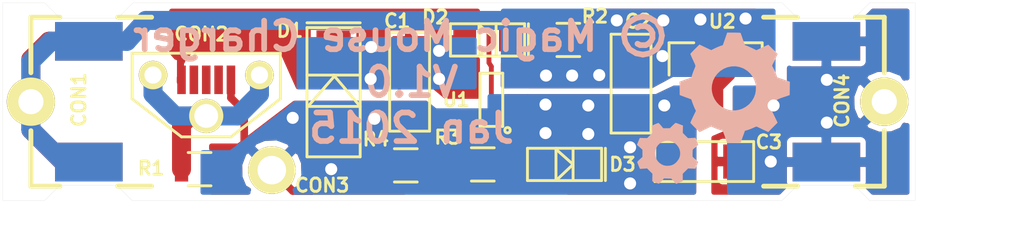
<source format=kicad_pcb>
(kicad_pcb (version 4) (host pcbnew "(2015-02-03 BZR 5403)-product")

  (general
    (links 33)
    (no_connects 0)
    (area 96.799999 93.775 154.7 109.725001)
    (thickness 1.6)
    (drawings 23)
    (tracks 137)
    (zones 0)
    (modules 17)
    (nets 13)
  )

  (page A4)
  (title_block
    (title "Magic mouse charger board")
    (date "Feb. 1st., 2015")
    (rev 0.1)
    (company NIghtmechanic)
    (comment 1 "All rights reserved")
  )

  (layers
    (0 F.Cu signal)
    (31 B.Cu signal)
    (32 B.Adhes user)
    (33 F.Adhes user)
    (34 B.Paste user)
    (35 F.Paste user)
    (36 B.SilkS user)
    (37 F.SilkS user)
    (38 B.Mask user)
    (39 F.Mask user)
    (40 Dwgs.User user)
    (41 Cmts.User user)
    (42 Eco1.User user)
    (43 Eco2.User user)
    (44 Edge.Cuts user)
    (45 Margin user)
    (46 B.CrtYd user)
    (47 F.CrtYd user)
    (48 B.Fab user)
    (49 F.Fab user)
  )

  (setup
    (last_trace_width 0.254)
    (trace_clearance 0.2)
    (zone_clearance 0.3)
    (zone_45_only no)
    (trace_min 0.254)
    (segment_width 0.2)
    (edge_width 0.1)
    (via_size 0.889)
    (via_drill 0.635)
    (via_min_size 0.889)
    (via_min_drill 0.508)
    (uvia_size 0.508)
    (uvia_drill 0.127)
    (uvias_allowed no)
    (uvia_min_size 0.508)
    (uvia_min_drill 0.127)
    (pcb_text_width 0.3)
    (pcb_text_size 1.5 1.5)
    (mod_edge_width 0.15)
    (mod_text_size 1 1)
    (mod_text_width 0.15)
    (pad_size 0.8 1.7)
    (pad_drill 0)
    (pad_to_mask_clearance 0)
    (aux_axis_origin 96 106.2)
    (grid_origin 96 106.2)
    (visible_elements 7FFEFF7F)
    (pcbplotparams
      (layerselection 0x010f8_80000001)
      (usegerberextensions true)
      (excludeedgelayer true)
      (linewidth 0.100000)
      (plotframeref false)
      (viasonmask false)
      (mode 1)
      (useauxorigin false)
      (hpglpennumber 1)
      (hpglpenspeed 20)
      (hpglpendiameter 15)
      (hpglpenoverlay 2)
      (psnegative false)
      (psa4output false)
      (plotreference true)
      (plotvalue false)
      (plotinvisibletext false)
      (padsonsilk false)
      (subtractmaskfromsilk false)
      (outputformat 1)
      (mirror false)
      (drillshape 0)
      (scaleselection 1)
      (outputdirectory Fabrication_files/))
  )

  (net 0 "")
  (net 1 GND)
  (net 2 "Net-(CON2-Pad3)")
  (net 3 "Net-(CON2-Pad4)")
  (net 4 "Net-(CON2-Pad2)")
  (net 5 "Net-(CON2-PadS_1)")
  (net 6 "Net-(D2-Pad2)")
  (net 7 "Net-(D3-Pad1)")
  (net 8 "Net-(R2-Pad2)")
  (net 9 "Net-(R4-Pad1)")
  (net 10 /V_bus)
  (net 11 /V_batt)
  (net 12 /V_3V0)

  (net_class Default "This is the default net class."
    (clearance 0.2)
    (trace_width 0.254)
    (via_dia 0.889)
    (via_drill 0.635)
    (uvia_dia 0.508)
    (uvia_drill 0.127)
    (add_net /V_bus)
    (add_net "Net-(CON2-Pad2)")
    (add_net "Net-(CON2-Pad3)")
    (add_net "Net-(CON2-Pad4)")
    (add_net "Net-(D2-Pad2)")
    (add_net "Net-(D3-Pad1)")
    (add_net "Net-(R2-Pad2)")
    (add_net "Net-(R4-Pad1)")
  )

  (net_class V_batt ""
    (clearance 0.2)
    (trace_width 1)
    (via_dia 0.889)
    (via_drill 0.635)
    (uvia_dia 0.508)
    (uvia_drill 0.127)
    (add_net /V_batt)
    (add_net "Net-(CON2-PadS_1)")
  )

  (net_class gnd ""
    (clearance 0.2)
    (trace_width 0.4)
    (via_dia 0.889)
    (via_drill 0.635)
    (uvia_dia 0.508)
    (uvia_drill 0.127)
    (add_net GND)
  )

  (net_class power ""
    (clearance 0.3)
    (trace_width 0.5)
    (via_dia 0.889)
    (via_drill 0.635)
    (uvia_dia 0.508)
    (uvia_drill 0.127)
    (add_net /V_3V0)
  )

  (module MCP_SOT-23-5 (layer F.Cu) (tedit 54B6DF4E) (tstamp 54B2F2B8)
    (at 122.7 99.9 90)
    (path /54A9AD63)
    (zone_connect 2)
    (fp_text reference U1 (at 0 -1.85 180) (layer F.SilkS)
      (effects (font (size 0.7 0.7) (thickness 0.15)))
    )
    (fp_text value MCP73831-2ACI/OT (at 0 -3.1 90) (layer F.SilkS) hide
      (effects (font (size 1 1) (thickness 0.15)))
    )
    (fp_circle (center -1.6 0.85) (end -1.5 0.75) (layer F.SilkS) (width 0.15))
    (fp_line (start 1.4 -0.6) (end -1.4 -0.6) (layer F.SilkS) (width 0.15))
    (fp_line (start -1.4 -0.6) (end -1.4 0.6) (layer F.SilkS) (width 0.15))
    (fp_line (start -1.4 0.6) (end 1.4 0.6) (layer F.SilkS) (width 0.15))
    (fp_line (start 1.4 0.6) (end 1.4 -0.6) (layer F.SilkS) (width 0.15))
    (pad 1 smd rect (at -0.95 1.4 90) (size 0.6 1.1) (layers F.Cu F.Paste F.Mask)
      (net 8 "Net-(R2-Pad2)") (zone_connect 2))
    (pad 2 smd rect (at 0 1.4 90) (size 0.6 1.1) (layers F.Cu F.Paste F.Mask)
      (net 1 GND) (zone_connect 2))
    (pad 3 smd rect (at 0.95 1.4 90) (size 0.6 1.1) (layers F.Cu F.Paste F.Mask)
      (net 11 /V_batt) (zone_connect 2))
    (pad 4 smd rect (at 0.95 -1.4 90) (size 0.6 1.1) (layers F.Cu F.Paste F.Mask)
      (net 10 /V_bus) (zone_connect 2))
    (pad 5 smd rect (at -0.95 -1.4 90) (size 0.6 1.1) (layers F.Cu F.Paste F.Mask)
      (net 9 "Net-(R4-Pad1)") (zone_connect 2))
    (model smd/SOT23_5.wrl
      (at (xyz 0 0 0))
      (scale (xyz 0.1 0.1 0.1))
      (rotate (xyz 0 0 0))
    )
  )

  (module MCP_SOT-89 (layer F.Cu) (tedit 54B6DEF0) (tstamp 54B2F2C2)
    (at 134.5 98.2)
    (path /54A9ADC4)
    (zone_connect 2)
    (fp_text reference U2 (at 0.35 -2.425) (layer F.SilkS)
      (effects (font (size 0.7 0.7) (thickness 0.15)))
    )
    (fp_text value MCP1700-3002E/MB (at 0 -2.5) (layer F.SilkS) hide
      (effects (font (size 1 1) (thickness 0.15)))
    )
    (fp_line (start 1.15 -1.3) (end 2.45 -1.3) (layer F.SilkS) (width 0.15))
    (fp_line (start 2.45 -1.3) (end 2.45 0.4) (layer F.SilkS) (width 0.15))
    (fp_line (start -1.15 -1.3) (end -2.45 -1.3) (layer F.SilkS) (width 0.15))
    (fp_line (start -2.45 -1.3) (end -2.45 0.4) (layer F.SilkS) (width 0.15))
    (pad 1 smd rect (at -1.5 2) (size 0.6 1.7) (layers F.Cu F.Paste F.Mask)
      (net 1 GND) (zone_connect 2))
    (pad 2 smd rect (at 0 2) (size 0.8 1.7) (layers F.Cu F.Paste F.Mask)
      (net 11 /V_batt) (zone_connect 2))
    (pad 3 smd rect (at 1.5 2) (size 0.6 1.7) (layers F.Cu F.Paste F.Mask)
      (net 12 /V_3V0) (zone_connect 2))
    (pad 2 smd trapezoid (at 0 0.85 180) (size 1.4 0.6) (rect_delta 0 0.6 ) (layers F.Cu F.Paste F.Mask)
      (net 11 /V_batt) (zone_connect 2))
    (pad 2 smd rect (at 0 -0.6) (size 2 2.3) (layers F.Cu F.Paste F.Mask)
      (net 11 /V_batt) (zone_connect 2))
    (model SOT89-3_SOT89-5_Housing_Wings3d_RevA_02Sep2012/SOT89-3_Housing_Faktor03937_RevA_02Sep2012.wrl
      (at (xyz 0 0 0))
      (scale (xyz 0.397 0.397 0.397))
      (rotate (xyz 0 0 0))
    )
    (model smd/smd_transistors/sot89.wrl
      (at (xyz 0 0 0))
      (scale (xyz 1 1 1))
      (rotate (xyz 0 0 0))
    )
  )

  (module Nightmechanic_PCB:mm_3216 (layer F.Cu) (tedit 54B5A7FC) (tstamp 54B2F25A)
    (at 118.4 98.95 270)
    (path /54A9B035)
    (fp_text reference C1 (at -3.2 0.65 360) (layer F.SilkS)
      (effects (font (size 0.7 0.7) (thickness 0.15)))
    )
    (fp_text value "10uF 35V" (at 0.05 -2.15 270) (layer F.SilkS) hide
      (effects (font (size 1 1) (thickness 0.15)))
    )
    (fp_line (start 2.6 -1.05) (end -2.6 -1.05) (layer F.SilkS) (width 0.15))
    (fp_line (start -2.6 -1.05) (end -2.6 1.05) (layer F.SilkS) (width 0.15))
    (fp_line (start -2.6 1.05) (end 2.6 1.05) (layer F.SilkS) (width 0.15))
    (fp_line (start 2.6 1.05) (end 2.6 -1.05) (layer F.SilkS) (width 0.15))
    (pad 1 smd rect (at -1.7 0 270) (size 1.4 1.8) (layers F.Cu F.Paste F.Mask)
      (net 10 /V_bus))
    (pad 2 smd rect (at 1.7 0 270) (size 1.4 1.8) (layers F.Cu F.Paste F.Mask)
      (net 1 GND))
    (model Capacitors_SMD/C_1206N.wrl
      (at (xyz 0 0 0))
      (scale (xyz 1 1 1))
      (rotate (xyz 0 0 0))
    )
    (model smd/capacitors/c_1206.wrl
      (at (xyz 0 0 0))
      (scale (xyz 1 1 1))
      (rotate (xyz 0 0 0))
    )
  )

  (module Nightmechanic_PCB:mm_3216 (layer F.Cu) (tedit 54B6DEF9) (tstamp 54B2F260)
    (at 130.05 99.05 270)
    (path /54A9B44F)
    (fp_text reference C2 (at -3.275 -0.375 360) (layer F.SilkS)
      (effects (font (size 0.7 0.7) (thickness 0.15)))
    )
    (fp_text value "10uF 35V" (at 0.05 -2.15 270) (layer F.SilkS) hide
      (effects (font (size 1 1) (thickness 0.15)))
    )
    (fp_line (start 2.6 -1.05) (end -2.6 -1.05) (layer F.SilkS) (width 0.15))
    (fp_line (start -2.6 -1.05) (end -2.6 1.05) (layer F.SilkS) (width 0.15))
    (fp_line (start -2.6 1.05) (end 2.6 1.05) (layer F.SilkS) (width 0.15))
    (fp_line (start 2.6 1.05) (end 2.6 -1.05) (layer F.SilkS) (width 0.15))
    (pad 1 smd rect (at -1.7 0 270) (size 1.4 1.8) (layers F.Cu F.Paste F.Mask)
      (net 11 /V_batt))
    (pad 2 smd rect (at 1.7 0 270) (size 1.4 1.8) (layers F.Cu F.Paste F.Mask)
      (net 1 GND))
    (model Capacitors_SMD/C_1206N.wrl
      (at (xyz 0 0 0))
      (scale (xyz 1 1 1))
      (rotate (xyz 0 0 0))
    )
    (model smd/capacitors/c_1206.wrl
      (at (xyz 0 0 0))
      (scale (xyz 1 1 1))
      (rotate (xyz 0 0 0))
    )
  )

  (module Nightmechanic_PCB:mm_3216 (layer F.Cu) (tedit 54B6DF5B) (tstamp 54B2F266)
    (at 133.9 103.15 180)
    (path /54A9BA29)
    (fp_text reference C3 (at -3.4 1.025 180) (layer F.SilkS)
      (effects (font (size 0.7 0.7) (thickness 0.15)))
    )
    (fp_text value "10uF 35V" (at 0.05 -2.15 180) (layer F.SilkS) hide
      (effects (font (size 1 1) (thickness 0.15)))
    )
    (fp_line (start 2.6 -1.05) (end -2.6 -1.05) (layer F.SilkS) (width 0.15))
    (fp_line (start -2.6 -1.05) (end -2.6 1.05) (layer F.SilkS) (width 0.15))
    (fp_line (start -2.6 1.05) (end 2.6 1.05) (layer F.SilkS) (width 0.15))
    (fp_line (start 2.6 1.05) (end 2.6 -1.05) (layer F.SilkS) (width 0.15))
    (pad 1 smd rect (at -1.7 0 180) (size 1.4 1.8) (layers F.Cu F.Paste F.Mask)
      (net 12 /V_3V0))
    (pad 2 smd rect (at 1.7 0 180) (size 1.4 1.8) (layers F.Cu F.Paste F.Mask)
      (net 1 GND))
    (model Capacitors_SMD/C_1206N.wrl
      (at (xyz 0 0 0))
      (scale (xyz 1 1 1))
      (rotate (xyz 0 0 0))
    )
    (model smd/capacitors/c_1206.wrl
      (at (xyz 0 0 0))
      (scale (xyz 1 1 1))
      (rotate (xyz 0 0 0))
    )
  )

  (module Nightmechanic_PCB:Molex_105122_0011_no_slots (layer F.Cu) (tedit 54B5A7C9) (tstamp 54B2F279)
    (at 107.7 98.85)
    (path /54A9AD12)
    (fp_text reference CON2 (at -0.25 -2.4) (layer F.SilkS)
      (effects (font (size 0.7 0.7) (thickness 0.15)))
    )
    (fp_text value Molex_105133-0011 (at 0 -2.35) (layer F.SilkS) hide
      (effects (font (size 1 1) (thickness 0.15)))
    )
    (fp_line (start -3.9 -1.4) (end 3.9 -1.4) (layer F.SilkS) (width 0.15))
    (fp_line (start 3.9 -1.4) (end 3.9 1) (layer F.SilkS) (width 0.15))
    (fp_line (start 3.9 1) (end 1.3 3) (layer F.SilkS) (width 0.15))
    (fp_line (start 1.3 3) (end -1.3 3) (layer F.SilkS) (width 0.15))
    (fp_line (start -1.3 3) (end -3.9 1) (layer F.SilkS) (width 0.15))
    (fp_line (start -3.9 1) (end -3.9 -1.4) (layer F.SilkS) (width 0.15))
    (pad 3 smd rect (at 0 0) (size 0.45 1.5) (layers F.Cu F.Paste F.Mask)
      (net 2 "Net-(CON2-Pad3)"))
    (pad 4 smd rect (at 0.65 0) (size 0.45 1.5) (layers F.Cu F.Paste F.Mask)
      (net 3 "Net-(CON2-Pad4)"))
    (pad 5 smd rect (at 1.3 0) (size 0.45 1.5) (layers F.Cu F.Paste F.Mask)
      (net 1 GND))
    (pad 2 smd rect (at -0.65 0) (size 0.45 1.5) (layers F.Cu F.Paste F.Mask)
      (net 4 "Net-(CON2-Pad2)"))
    (pad 1 smd rect (at -1.3 0) (size 0.45 1.5) (layers F.Cu F.Paste F.Mask)
      (net 10 /V_bus))
    (pad S_1 thru_hole circle (at -2.8 -0.25) (size 1.5 1.5) (drill 0.9) (layers *.Cu *.Mask F.SilkS)
      (net 5 "Net-(CON2-PadS_1)"))
    (pad S_2 thru_hole circle (at 2.8 -0.25) (size 1.5 1.5) (drill 0.9) (layers *.Cu *.Mask F.SilkS)
      (net 5 "Net-(CON2-PadS_1)"))
    (pad S_3 thru_hole circle (at 0 1.9) (size 1.8 1.8) (drill 1.25) (layers *.Cu *.Mask F.SilkS)
      (net 5 "Net-(CON2-PadS_1)"))
    (model E:/Kicad_libs/Nightmechanic_PCB/molex_105133_0011.wrl
      (at (xyz 0 0 0))
      (scale (xyz 0.3937 0.3937 0.3937))
      (rotate (xyz -90 0 0))
    )
    (model /Users/rankatz/Mouse-charger/project_3d/molex_105133_0011.wrl
      (at (xyz 0 0 0))
      (scale (xyz 0.3937 0.3937 0.3937))
      (rotate (xyz -90 0 0))
    )
  )

  (module Nightmechanic_PCB:1.5mm_PTH (layer F.Cu) (tedit 54B63823) (tstamp 54B2F27E)
    (at 111.15 103.6)
    (path /54A9C646)
    (fp_text reference CON3 (at 2.65 0.8) (layer F.SilkS)
      (effects (font (size 0.7 0.7) (thickness 0.15)))
    )
    (fp_text value 1.5mm_PTH (at 0 -2.05) (layer F.SilkS) hide
      (effects (font (size 1 1) (thickness 0.15)))
    )
    (pad 1 thru_hole circle (at 0 0) (size 2.5 2.5) (drill 1.5) (layers *.Cu *.Mask F.SilkS)
      (net 1 GND))
  )

  (module Nightmechanic_PCB:DO-214AC (layer F.Cu) (tedit 54B63836) (tstamp 54B2F28B)
    (at 114.4 99.5 270)
    (path /54A9AEA3)
    (fp_text reference D1 (at -3.25 2.3 360) (layer F.SilkS)
      (effects (font (size 0.7 0.7) (thickness 0.15)))
    )
    (fp_text value "P4SMA6.8A (TVS UNI)" (at 0 -3.15 270) (layer F.SilkS) hide
      (effects (font (size 1 1) (thickness 0.15)))
    )
    (fp_line (start -0.9 0) (end 0.75 -1.4) (layer F.SilkS) (width 0.15))
    (fp_line (start 0.75 -1.4) (end 0.75 1.35) (layer F.SilkS) (width 0.15))
    (fp_line (start 0.75 1.35) (end -0.85 -0.05) (layer F.SilkS) (width 0.15))
    (fp_line (start -0.9 -1.4) (end -0.9 1.4) (layer F.SilkS) (width 0.15))
    (fp_line (start -3.65 -1.4) (end -3.65 1.4) (layer F.SilkS) (width 0.15))
    (fp_line (start 3.4 -1.4) (end -3.4 -1.4) (layer F.SilkS) (width 0.15))
    (fp_line (start -3.4 -1.4) (end -3.4 1.4) (layer F.SilkS) (width 0.15))
    (fp_line (start -3.4 1.4) (end 3.4 1.4) (layer F.SilkS) (width 0.15))
    (fp_line (start 3.4 1.4) (end 3.4 -1.4) (layer F.SilkS) (width 0.15))
    (pad 2 smd rect (at -2.2 0 270) (size 2.1 1.8) (layers F.Cu F.Paste F.Mask)
      (net 10 /V_bus))
    (pad 1 smd rect (at 2.2 0 270) (size 2.1 1.8) (layers F.Cu F.Paste F.Mask)
      (net 1 GND))
    (model smd/do214.wrl
      (at (xyz 0 0 0))
      (scale (xyz 1 1 1))
      (rotate (xyz 0 0 180))
    )
  )

  (module Nightmechanic_PCB:SMD_MiniLED (layer F.Cu) (tedit 54B6D717) (tstamp 54B2F291)
    (at 122.5 96.75)
    (path /54A9B11F)
    (fp_text reference D2 (at -2.75 -1.2) (layer F.SilkS)
      (effects (font (size 0.7 0.7) (thickness 0.15)))
    )
    (fp_text value "Amber LED" (at 0 -1.75) (layer F.SilkS) hide
      (effects (font (size 1 1) (thickness 0.15)))
    )
    (fp_line (start -0.45 -0.85) (end -0.45 0.85) (layer F.SilkS) (width 0.15))
    (fp_line (start -0.45 0.85) (end 0.45 0) (layer F.SilkS) (width 0.15))
    (fp_line (start 0.45 0) (end -0.45 -0.8) (layer F.SilkS) (width 0.15))
    (fp_line (start 0.45 -0.85) (end 0.45 0.85) (layer F.SilkS) (width 0.15))
    (fp_line (start 2.15 -0.85) (end 2.15 0.85) (layer F.SilkS) (width 0.15))
    (fp_line (start 1.95 -0.85) (end -1.95 -0.85) (layer F.SilkS) (width 0.15))
    (fp_line (start -1.95 -0.85) (end -1.95 0.85) (layer F.SilkS) (width 0.15))
    (fp_line (start -1.95 0.85) (end 1.95 0.85) (layer F.SilkS) (width 0.15))
    (fp_line (start 1.95 0.85) (end 1.95 -0.85) (layer F.SilkS) (width 0.15))
    (pad 1 smd rect (at -1.2 0) (size 1.2 1.2) (layers F.Cu F.Paste F.Mask)
      (net 10 /V_bus))
    (pad 2 smd rect (at 1.2 0) (size 1.2 1.2) (layers F.Cu F.Paste F.Mask)
      (net 6 "Net-(D2-Pad2)"))
    (model E:/Kicad_libs/Nightmechanic_PCB/rohm_2012_LED_amber.wrl
      (at (xyz 0 0 0))
      (scale (xyz 0.3937 0.3937 0.3937))
      (rotate (xyz -90 0 0))
    )
    (model /Users/rankatz/Mouse-charger/project_3d/rohm_2012_LED_amber.wrl
      (at (xyz 0 0 0))
      (scale (xyz 0.3937 0.3937 0.3937))
      (rotate (xyz -90 0 0))
    )
  )

  (module Nightmechanic_PCB:SMD_MiniLED (layer F.Cu) (tedit 54B6D6F5) (tstamp 54B2F297)
    (at 126.55 103.3)
    (path /54A9B39B)
    (fp_text reference D3 (at 3.05 0) (layer F.SilkS)
      (effects (font (size 0.7 0.7) (thickness 0.15)))
    )
    (fp_text value "Green LED" (at 0 -1.75) (layer F.SilkS) hide
      (effects (font (size 1 1) (thickness 0.15)))
    )
    (fp_line (start -0.45 -0.85) (end -0.45 0.85) (layer F.SilkS) (width 0.15))
    (fp_line (start -0.45 0.85) (end 0.45 0) (layer F.SilkS) (width 0.15))
    (fp_line (start 0.45 0) (end -0.45 -0.8) (layer F.SilkS) (width 0.15))
    (fp_line (start 0.45 -0.85) (end 0.45 0.85) (layer F.SilkS) (width 0.15))
    (fp_line (start 2.15 -0.85) (end 2.15 0.85) (layer F.SilkS) (width 0.15))
    (fp_line (start 1.95 -0.85) (end -1.95 -0.85) (layer F.SilkS) (width 0.15))
    (fp_line (start -1.95 -0.85) (end -1.95 0.85) (layer F.SilkS) (width 0.15))
    (fp_line (start -1.95 0.85) (end 1.95 0.85) (layer F.SilkS) (width 0.15))
    (fp_line (start 1.95 0.85) (end 1.95 -0.85) (layer F.SilkS) (width 0.15))
    (pad 1 smd rect (at -1.2 0) (size 1.2 1.2) (layers F.Cu F.Paste F.Mask)
      (net 7 "Net-(D3-Pad1)"))
    (pad 2 smd rect (at 1.2 0) (size 1.2 1.2) (layers F.Cu F.Paste F.Mask)
      (net 1 GND))
    (model E:/Kicad_libs/Nightmechanic_PCB/rohm_2012_LED_green.wrl
      (at (xyz 0 0 0))
      (scale (xyz 0.3937 0.3937 0.3937))
      (rotate (xyz -90 0 0))
    )
    (model /Users/rankatz/Mouse-charger/project_3d/rohm_2012_LED_green.wrl
      (at (xyz 0 0 0))
      (scale (xyz 0.3937 0.3937 0.3937))
      (rotate (xyz -90 0 0))
    )
  )

  (module Resistors_SMD:R_0805 (layer F.Cu) (tedit 54B615DE) (tstamp 54B2F29D)
    (at 107.35 103.55 180)
    (descr "Resistor SMD 0805, reflow soldering, Vishay (see dcrcw.pdf)")
    (tags "resistor 0805")
    (path /54A9B5DD)
    (attr smd)
    (fp_text reference R1 (at 2.55 0.05 180) (layer F.SilkS)
      (effects (font (size 0.7 0.7) (thickness 0.15)))
    )
    (fp_text value ZEROHM (at 0 2.1 180) (layer F.SilkS) hide
      (effects (font (size 1 1) (thickness 0.15)))
    )
    (fp_line (start -1.6 -1) (end 1.6 -1) (layer F.CrtYd) (width 0.05))
    (fp_line (start -1.6 1) (end 1.6 1) (layer F.CrtYd) (width 0.05))
    (fp_line (start -1.6 -1) (end -1.6 1) (layer F.CrtYd) (width 0.05))
    (fp_line (start 1.6 -1) (end 1.6 1) (layer F.CrtYd) (width 0.05))
    (fp_line (start 0.6 0.875) (end -0.6 0.875) (layer F.SilkS) (width 0.15))
    (fp_line (start -0.6 -0.875) (end 0.6 -0.875) (layer F.SilkS) (width 0.15))
    (pad 1 smd rect (at -0.95 0 180) (size 0.7 1.3) (layers F.Cu F.Paste F.Mask)
      (net 1 GND))
    (pad 2 smd rect (at 0.95 0 180) (size 0.7 1.3) (layers F.Cu F.Paste F.Mask)
      (net 5 "Net-(CON2-PadS_1)"))
    (model Resistors_SMD/R_0805.wrl
      (at (xyz 0 0 0))
      (scale (xyz 1 1 1))
      (rotate (xyz 0 0 0))
    )
    (model smd/resistors/R0805/R0805.wrl
      (at (xyz 0 0 0))
      (scale (xyz 0.3937 0.3937 0.3937))
      (rotate (xyz 0 0 0))
    )
  )

  (module Resistors_SMD:R_0805 (layer F.Cu) (tedit 54B6DEE7) (tstamp 54B2F2A3)
    (at 126.75 96.75)
    (descr "Resistor SMD 0805, reflow soldering, Vishay (see dcrcw.pdf)")
    (tags "resistor 0805")
    (path /54A9B0F0)
    (attr smd)
    (fp_text reference R2 (at 1.4 -1.25) (layer F.SilkS)
      (effects (font (size 0.7 0.7) (thickness 0.15)))
    )
    (fp_text value 1.3k (at 0 2.1) (layer F.SilkS) hide
      (effects (font (size 1 1) (thickness 0.15)))
    )
    (fp_line (start -1.6 -1) (end 1.6 -1) (layer F.CrtYd) (width 0.05))
    (fp_line (start -1.6 1) (end 1.6 1) (layer F.CrtYd) (width 0.05))
    (fp_line (start -1.6 -1) (end -1.6 1) (layer F.CrtYd) (width 0.05))
    (fp_line (start 1.6 -1) (end 1.6 1) (layer F.CrtYd) (width 0.05))
    (fp_line (start 0.6 0.875) (end -0.6 0.875) (layer F.SilkS) (width 0.15))
    (fp_line (start -0.6 -0.875) (end 0.6 -0.875) (layer F.SilkS) (width 0.15))
    (pad 1 smd rect (at -0.95 0) (size 0.7 1.3) (layers F.Cu F.Paste F.Mask)
      (net 6 "Net-(D2-Pad2)"))
    (pad 2 smd rect (at 0.95 0) (size 0.7 1.3) (layers F.Cu F.Paste F.Mask)
      (net 8 "Net-(R2-Pad2)"))
    (model Resistors_SMD/R_0805.wrl
      (at (xyz 0 0 0))
      (scale (xyz 1 1 1))
      (rotate (xyz 0 0 0))
    )
    (model smd/resistors/R0805/R0805.wrl
      (at (xyz 0 0 0))
      (scale (xyz 0.3937 0.3937 0.3937))
      (rotate (xyz 0 0 0))
    )
  )

  (module Resistors_SMD:R_0805 (layer F.Cu) (tedit 54B6DEB4) (tstamp 54B2F2A9)
    (at 122.25 103.3)
    (descr "Resistor SMD 0805, reflow soldering, Vishay (see dcrcw.pdf)")
    (tags "resistor 0805")
    (path /54A9B395)
    (attr smd)
    (fp_text reference R3 (at -1.85 -1.425) (layer F.SilkS)
      (effects (font (size 0.7 0.7) (thickness 0.15)))
    )
    (fp_text value 1.3k (at 0 2.1) (layer F.SilkS) hide
      (effects (font (size 1 1) (thickness 0.15)))
    )
    (fp_line (start -1.6 -1) (end 1.6 -1) (layer F.CrtYd) (width 0.05))
    (fp_line (start -1.6 1) (end 1.6 1) (layer F.CrtYd) (width 0.05))
    (fp_line (start -1.6 -1) (end -1.6 1) (layer F.CrtYd) (width 0.05))
    (fp_line (start 1.6 -1) (end 1.6 1) (layer F.CrtYd) (width 0.05))
    (fp_line (start 0.6 0.875) (end -0.6 0.875) (layer F.SilkS) (width 0.15))
    (fp_line (start -0.6 -0.875) (end 0.6 -0.875) (layer F.SilkS) (width 0.15))
    (pad 1 smd rect (at -0.95 0) (size 0.7 1.3) (layers F.Cu F.Paste F.Mask)
      (net 8 "Net-(R2-Pad2)"))
    (pad 2 smd rect (at 0.95 0) (size 0.7 1.3) (layers F.Cu F.Paste F.Mask)
      (net 7 "Net-(D3-Pad1)"))
    (model Resistors_SMD/R_0805.wrl
      (at (xyz 0 0 0))
      (scale (xyz 1 1 1))
      (rotate (xyz 0 0 0))
    )
    (model smd/resistors/R0805/R0805.wrl
      (at (xyz 0 0 0))
      (scale (xyz 0.3937 0.3937 0.3937))
      (rotate (xyz 0 0 0))
    )
  )

  (module Resistors_SMD:R_0805 (layer F.Cu) (tedit 54B6E2C1) (tstamp 54B2F2AF)
    (at 118.2 103.35 180)
    (descr "Resistor SMD 0805, reflow soldering, Vishay (see dcrcw.pdf)")
    (tags "resistor 0805")
    (path /54A9B3D1)
    (attr smd)
    (fp_text reference R4 (at 1.575 1.375 180) (layer F.SilkS)
      (effects (font (size 0.7 0.7) (thickness 0.15)))
    )
    (fp_text value 4.99k (at 0 2.1 180) (layer F.SilkS) hide
      (effects (font (size 1 1) (thickness 0.15)))
    )
    (fp_line (start -1.6 -1) (end 1.6 -1) (layer F.CrtYd) (width 0.05))
    (fp_line (start -1.6 1) (end 1.6 1) (layer F.CrtYd) (width 0.05))
    (fp_line (start -1.6 -1) (end -1.6 1) (layer F.CrtYd) (width 0.05))
    (fp_line (start 1.6 -1) (end 1.6 1) (layer F.CrtYd) (width 0.05))
    (fp_line (start 0.6 0.875) (end -0.6 0.875) (layer F.SilkS) (width 0.15))
    (fp_line (start -0.6 -0.875) (end 0.6 -0.875) (layer F.SilkS) (width 0.15))
    (pad 1 smd rect (at -0.95 0 180) (size 0.7 1.3) (layers F.Cu F.Paste F.Mask)
      (net 9 "Net-(R4-Pad1)"))
    (pad 2 smd rect (at 0.95 0 180) (size 0.7 1.3) (layers F.Cu F.Paste F.Mask)
      (net 1 GND))
    (model Resistors_SMD/R_0805.wrl
      (at (xyz 0 0 0))
      (scale (xyz 1 1 1))
      (rotate (xyz 0 0 0))
    )
    (model smd/resistors/R0805/R0805.wrl
      (at (xyz 0 0 0))
      (scale (xyz 0.3937 0.3937 0.3937))
      (rotate (xyz 0 0 0))
    )
  )

  (module Logos:Gears_F.SilkS_10mm_flipped (layer B.Cu) (tedit 54B39531) (tstamp 54B39654)
    (at 134.4 100.35)
    (fp_text reference VAL (at 0 0) (layer B.SilkS) hide
      (effects (font (size 0.381 0.381) (thickness 0.127)) (justify mirror))
    )
    (fp_text value REF (at 0 0) (layer B.SilkS) hide
      (effects (font (size 0.381 0.381) (thickness 0.127)) (justify mirror))
    )
    (fp_poly (pts (xy -1.79832 -1.40208) (xy -1.4859 -1.51638) (xy -1.17094 -1.63068) (xy -1.143 -1.73736)
      (xy -1.12776 -1.78562) (xy -1.10998 -1.83896) (xy -1.08712 -1.90246) (xy -1.05664 -1.98374)
      (xy -1.01346 -2.08788) (xy -0.97028 -2.19202) (xy -0.9652 -2.21488) (xy -0.9652 -2.24028)
      (xy -0.97536 -2.27838) (xy -0.99314 -2.33172) (xy -1.0287 -2.40792) (xy -1.07696 -2.51206)
      (xy -1.08966 -2.54254) (xy -1.13792 -2.6416) (xy -1.17602 -2.7305) (xy -1.2065 -2.80162)
      (xy -1.22682 -2.84734) (xy -1.22936 -2.86258) (xy -1.21666 -2.88036) (xy -1.1811 -2.92354)
      (xy -1.12522 -2.98196) (xy -1.0541 -3.05562) (xy -0.9906 -3.11912) (xy -0.75184 -3.35534)
      (xy -0.44196 -3.20802) (xy -0.13208 -3.06324) (xy -0.10668 -3.07594) (xy -0.10668 -1.04394)
      (xy -0.09144 -0.86614) (xy -0.0381 -0.66294) (xy 0.04572 -0.48006) (xy 0.15494 -0.32004)
      (xy 0.28448 -0.18288) (xy 0.43434 -0.06858) (xy 0.5969 0.01524) (xy 0.77216 0.0762)
      (xy 0.95504 0.10668) (xy 1.14046 0.10922) (xy 1.32588 0.07874) (xy 1.50876 0.01778)
      (xy 1.68148 -0.0762) (xy 1.84658 -0.2032) (xy 1.87706 -0.23368) (xy 2.01168 -0.3937)
      (xy 2.11328 -0.56896) (xy 2.18186 -0.75184) (xy 2.21488 -0.94234) (xy 2.21996 -1.13284)
      (xy 2.19202 -1.3208) (xy 2.13106 -1.50114) (xy 2.04216 -1.67132) (xy 1.92532 -1.82626)
      (xy 1.778 -1.96342) (xy 1.60274 -2.07772) (xy 1.5494 -2.10566) (xy 1.35128 -2.17678)
      (xy 1.15062 -2.21234) (xy 0.94234 -2.20726) (xy 0.72898 -2.16408) (xy 0.70104 -2.15646)
      (xy 0.51562 -2.07772) (xy 0.34798 -1.9685) (xy 0.19812 -1.8288) (xy 0.07366 -1.66878)
      (xy -0.02032 -1.48844) (xy -0.04064 -1.43256) (xy -0.09144 -1.23698) (xy -0.10668 -1.04394)
      (xy -0.10668 -3.07594) (xy 0.04572 -3.15214) (xy 0.1397 -3.19532) (xy 0.23622 -3.2385)
      (xy 0.32258 -3.27152) (xy 0.35052 -3.28168) (xy 0.47752 -3.32232) (xy 0.59436 -3.65252)
      (xy 0.70866 -3.98526) (xy 1.05664 -3.98526) (xy 1.19126 -3.98272) (xy 1.29032 -3.98018)
      (xy 1.3589 -3.97764) (xy 1.39954 -3.97002) (xy 1.41478 -3.9624) (xy 1.41732 -3.95986)
      (xy 1.42494 -3.93446) (xy 1.44526 -3.87858) (xy 1.4732 -3.79984) (xy 1.50622 -3.70332)
      (xy 1.53162 -3.6322) (xy 1.63576 -3.32994) (xy 1.73228 -3.29438) (xy 1.78816 -3.27152)
      (xy 1.8669 -3.2385) (xy 1.96088 -3.19532) (xy 2.03708 -3.15976) (xy 2.24536 -3.05816)
      (xy 2.46634 -3.1623) (xy 2.56032 -3.20802) (xy 2.6543 -3.24866) (xy 2.7305 -3.28422)
      (xy 2.77876 -3.30708) (xy 2.87274 -3.34772) (xy 3.11658 -3.10388) (xy 3.36296 -2.86004)
      (xy 3.21564 -2.55016) (xy 3.07086 -2.24536) (xy 3.1623 -2.06502) (xy 3.20802 -1.97104)
      (xy 3.24866 -1.87452) (xy 3.28422 -1.78816) (xy 3.29438 -1.75768) (xy 3.33756 -1.63068)
      (xy 3.6703 -1.51638) (xy 4.00558 -1.39954) (xy 4.0005 -1.04902) (xy 3.99542 -0.6985)
      (xy 3.91668 -0.67056) (xy 3.75158 -0.61468) (xy 3.62204 -0.5715) (xy 3.52044 -0.53594)
      (xy 3.44424 -0.50546) (xy 3.3909 -0.4826) (xy 3.35534 -0.46228) (xy 3.33248 -0.4445)
      (xy 3.31978 -0.42672) (xy 3.3147 -0.40894) (xy 3.31216 -0.40132) (xy 3.29946 -0.36068)
      (xy 3.27152 -0.2921) (xy 3.23342 -0.20828) (xy 3.19024 -0.1143) (xy 3.18262 -0.09906)
      (xy 3.06324 0.13716) (xy 3.21056 0.4445) (xy 3.35788 0.75184) (xy 3.1115 0.99822)
      (xy 2.86766 1.2446) (xy 2.56286 1.10236) (xy 2.4638 1.0541) (xy 2.3749 1.01346)
      (xy 2.30378 0.98044) (xy 2.25806 0.96266) (xy 2.24282 0.95758) (xy 2.21742 0.9652)
      (xy 2.16662 0.98552) (xy 2.10058 1.016) (xy 2.0828 1.02362) (xy 1.98882 1.06426)
      (xy 1.88214 1.10744) (xy 1.79324 1.13538) (xy 1.64084 1.1811) (xy 1.55956 1.40716)
      (xy 1.524 1.50368) (xy 1.49098 1.59512) (xy 1.46304 1.67386) (xy 1.44526 1.71958)
      (xy 1.4097 1.80594) (xy 1.05918 1.81356) (xy 0.70612 1.81864) (xy 0.65278 1.66624)
      (xy 0.61722 1.56972) (xy 0.57912 1.4605) (xy 0.54102 1.3589) (xy 0.53848 1.35128)
      (xy 0.47752 1.18872) (xy 0.31242 1.13538) (xy 0.21336 1.09982) (xy 0.10922 1.06172)
      (xy 0.01778 1.02362) (xy 0.00762 1.01854) (xy -0.12954 0.95504) (xy -0.43942 1.10236)
      (xy -0.7493 1.25222) (xy -0.9906 1.01092) (xy -1.06934 0.93218) (xy -1.13538 0.8636)
      (xy -1.18872 0.80772) (xy -1.22174 0.76962) (xy -1.22936 0.75692) (xy -1.22174 0.73406)
      (xy -1.19888 0.68326) (xy -1.16586 0.60706) (xy -1.12268 0.51562) (xy -1.08458 0.43434)
      (xy -0.93726 0.13208) (xy -1.00076 0.00254) (xy -1.03632 -0.07874) (xy -1.07696 -0.1778)
      (xy -1.11506 -0.2794) (xy -1.12268 -0.29972) (xy -1.1811 -0.47498) (xy -1.48336 -0.5842)
      (xy -1.78816 -0.6985) (xy -1.79324 -1.04902) (xy -1.79832 -1.40208) (xy -1.79832 -1.40208)) (layer B.SilkS) (width 0.00254))
    (fp_poly (pts (xy -4.04114 1.91516) (xy -3.96494 1.73482) (xy -3.89128 1.55702) (xy -3.6957 1.5621)
      (xy -3.50012 1.56464) (xy -3.36804 1.43256) (xy -3.23596 1.29794) (xy -3.24104 1.13284)
      (xy -3.24358 1.0541) (xy -3.24612 0.98552) (xy -3.2512 0.94488) (xy -3.25374 0.93726)
      (xy -3.24866 0.92202) (xy -3.2258 0.90424) (xy -3.18262 0.87884) (xy -3.1115 0.84836)
      (xy -3.09372 0.84074) (xy -3.09372 2.34696) (xy -3.08102 2.4892) (xy -3.03784 2.6289)
      (xy -2.96164 2.75844) (xy -2.87782 2.85242) (xy -2.75844 2.94132) (xy -2.63652 2.9972)
      (xy -2.49936 3.0226) (xy -2.39268 3.0226) (xy -2.25298 3.00482) (xy -2.1336 2.96164)
      (xy -2.02692 2.89052) (xy -1.93548 2.80162) (xy -1.84404 2.67716) (xy -1.78816 2.54762)
      (xy -1.7653 2.413) (xy -1.77038 2.28092) (xy -1.80086 2.15392) (xy -1.85674 2.03708)
      (xy -1.93548 1.9304) (xy -2.032 1.83896) (xy -2.14376 1.76784) (xy -2.26822 1.72212)
      (xy -2.40284 1.7018) (xy -2.54508 1.7145) (xy -2.6924 1.76022) (xy -2.70764 1.7653)
      (xy -2.83972 1.84658) (xy -2.9464 1.95072) (xy -3.02514 2.07264) (xy -3.0734 2.20726)
      (xy -3.09372 2.34696) (xy -3.09372 0.84074) (xy -3.0099 0.80518) (xy -2.91846 0.76708)
      (xy -2.8956 0.77978) (xy -2.8575 0.8128) (xy -2.8067 0.86614) (xy -2.77622 0.90424)
      (xy -2.6543 1.04902) (xy -2.47904 1.04648) (xy -2.30632 1.04394) (xy -2.16408 0.90424)
      (xy -2.10058 0.84328) (xy -2.04978 0.79756) (xy -2.01422 0.76962) (xy -2.00152 0.76454)
      (xy -1.97612 0.77216) (xy -1.92278 0.78994) (xy -1.85166 0.81534) (xy -1.80086 0.83566)
      (xy -1.61798 0.90424) (xy -1.62306 1.09982) (xy -1.62814 1.29286) (xy -1.49352 1.43002)
      (xy -1.35636 1.56718) (xy -1.16078 1.55956) (xy -0.9652 1.55194) (xy -0.889 1.73482)
      (xy -0.81534 1.9177) (xy -0.9271 2.01676) (xy -0.98806 2.0701) (xy -1.03886 2.11582)
      (xy -1.07442 2.14376) (xy -1.07696 2.14376) (xy -1.09474 2.16154) (xy -1.1049 2.19202)
      (xy -1.10998 2.24028) (xy -1.11252 2.31394) (xy -1.11506 2.35966) (xy -1.11506 2.54762)
      (xy -0.96774 2.68478) (xy -0.81788 2.82194) (xy -0.89408 2.9972) (xy -0.97028 3.175)
      (xy -1.16078 3.16738) (xy -1.35128 3.1623) (xy -1.49098 3.302) (xy -1.63068 3.4417)
      (xy -1.63068 3.63982) (xy -1.63068 3.8354) (xy -1.80594 3.90398) (xy -1.97866 3.97256)
      (xy -2.1082 3.83286) (xy -2.23774 3.69316) (xy -2.42824 3.69062) (xy -2.61874 3.68554)
      (xy -2.74066 3.82524) (xy -2.79654 3.88366) (xy -2.8448 3.93192) (xy -2.88036 3.95986)
      (xy -2.89052 3.9624) (xy -2.921 3.95478) (xy -2.97688 3.937) (xy -3.048 3.90906)
      (xy -3.07594 3.89636) (xy -3.23342 3.83032) (xy -3.22834 3.63728) (xy -3.22326 3.4417)
      (xy -3.3655 3.302) (xy -3.5052 3.15976) (xy -3.69316 3.17246) (xy -3.88112 3.18516)
      (xy -3.95224 3.01752) (xy -3.98272 2.94132) (xy -4.00812 2.87782) (xy -4.02082 2.83464)
      (xy -4.02336 2.82448) (xy -4.01066 2.80416) (xy -3.97256 2.76098) (xy -3.91922 2.71018)
      (xy -3.8862 2.6797) (xy -3.74904 2.55524) (xy -3.74904 2.36728) (xy -3.74904 2.17678)
      (xy -3.89636 2.0447) (xy -4.04114 1.91516) (xy -4.04114 1.91516)) (layer B.SilkS) (width 0.00254))
  )

  (module Nightmechanic_PCB:Keystone_597_narrow (layer F.Cu) (tedit 54B5A88A) (tstamp 54B2F285)
    (at 141.85 100)
    (path /54A9BD20)
    (fp_text reference CON4 (at -0.7 -0.05 90) (layer F.SilkS)
      (effects (font (size 0.7 0.7) (thickness 0.15)))
    )
    (fp_text value AAA_Bat_PC_con (at -3.175 0) (layer F.SilkS) hide
      (effects (font (size 1 1) (thickness 0.15)))
    )
    (fp_line (start -2.286 4.572) (end -0.762 4.572) (layer Dwgs.User) (width 0.254))
    (fp_line (start -2.286 -4.572) (end -0.762 -4.572) (layer Dwgs.User) (width 0.254))
    (fp_line (start -3.048 4.445) (end -4.826 4.445) (layer F.SilkS) (width 0.254))
    (fp_line (start 1.524 1.524) (end 1.524 4.445) (layer F.SilkS) (width 0.254))
    (fp_line (start 1.524 4.445) (end 0 4.445) (layer F.SilkS) (width 0.254))
    (fp_line (start 0 -4.445) (end 1.524 -4.445) (layer F.SilkS) (width 0.254))
    (fp_line (start 1.524 -4.445) (end 1.524 -1.524) (layer F.SilkS) (width 0.254))
    (fp_line (start -4.826 -4.445) (end -3.048 -4.445) (layer F.SilkS) (width 0.254))
    (pad 2 thru_hole circle (at 1.524 0) (size 2.54 2.54) (drill 1.3208) (layers *.Cu *.Mask F.SilkS)
      (net 12 /V_3V0))
    (pad 1 smd rect (at -1.524 -3.175) (size 3.556 2.032) (layers *.Cu *.Mask)
      (net 12 /V_3V0))
    (pad 3 smd rect (at -1.524 3.175) (size 3.556 2.032) (layers *.Cu *.Mask)
      (net 12 /V_3V0))
    (model E:/GitHub/Mouse-charger/project_3d/Keystone_597.wrl
      (at (xyz 0.02 0 -0.15))
      (scale (xyz 0.3937 0.3937 0.3937))
      (rotate (xyz -90 0 0))
    )
    (model "E:/GitHub/Mouse-charger/project_3d/User Library-m2-m6 slotted pan head screw bs4183 - nickel plated.wrl"
      (at (xyz 0.07000000000000001 -0.075 0.2))
      (scale (xyz 0.3937 0.3937 0.3937))
      (rotate (xyz 0 180 0))
    )
    (model /Users/rankatz/Mouse-charger/project_3d/Keystone_597.wrl
      (at (xyz 0.02 0 -0.15))
      (scale (xyz 0.3937 0.3937 0.3937))
      (rotate (xyz -90 0 0))
    )
    (model "/Users/rankatz/Mouse-charger/project_3d/User Library-m2-m6 slotted pan head screw bs4183 - nickel plated.wrl"
      (at (xyz 0.07000000000000001 -0.075 0.2))
      (scale (xyz 0.3937 0.3937 0.3937))
      (rotate (xyz 0 180 0))
    )
  )

  (module Nightmechanic_PCB:Keystone_597_narrow (layer F.Cu) (tedit 54B5A7BC) (tstamp 54B2F26D)
    (at 100 100 180)
    (path /54A9C391)
    (fp_text reference CON1 (at -1 0.1 270) (layer F.SilkS)
      (effects (font (size 0.7 0.7) (thickness 0.15)))
    )
    (fp_text value AAA_Bat_PC_con (at -3.175 0 180) (layer F.SilkS) hide
      (effects (font (size 1 1) (thickness 0.15)))
    )
    (fp_line (start -2.286 4.572) (end -0.762 4.572) (layer Dwgs.User) (width 0.254))
    (fp_line (start -2.286 -4.572) (end -0.762 -4.572) (layer Dwgs.User) (width 0.254))
    (fp_line (start -3.048 4.445) (end -4.826 4.445) (layer F.SilkS) (width 0.254))
    (fp_line (start 1.524 1.524) (end 1.524 4.445) (layer F.SilkS) (width 0.254))
    (fp_line (start 1.524 4.445) (end 0 4.445) (layer F.SilkS) (width 0.254))
    (fp_line (start 0 -4.445) (end 1.524 -4.445) (layer F.SilkS) (width 0.254))
    (fp_line (start 1.524 -4.445) (end 1.524 -1.524) (layer F.SilkS) (width 0.254))
    (fp_line (start -4.826 -4.445) (end -3.048 -4.445) (layer F.SilkS) (width 0.254))
    (pad 2 thru_hole circle (at 1.524 0 180) (size 2.54 2.54) (drill 1.3208) (layers *.Cu *.Mask F.SilkS)
      (net 11 /V_batt))
    (pad 1 smd rect (at -1.524 -3.175 180) (size 3.556 2.032) (layers *.Cu *.Mask)
      (net 11 /V_batt))
    (pad 3 smd rect (at -1.524 3.175 180) (size 3.556 2.032) (layers *.Cu *.Mask)
      (net 11 /V_batt))
    (model E:/GitHub/Mouse-charger/project_3d/Keystone_597.wrl
      (at (xyz 0.02 0 -0.15))
      (scale (xyz 0.3937 0.3937 0.3937))
      (rotate (xyz -90 0 0))
    )
    (model /Users/rankatz/Mouse-charger/project_3d/Keystone_597.wrl
      (at (xyz 0.02 0 -0.15))
      (scale (xyz 0.3937 0.3937 0.3937))
      (rotate (xyz -90 0 0))
    )
  )

  (dimension 48 (width 0.3) (layer Dwgs.User)
    (gr_text "48.000 mm" (at 121 108.375) (layer Dwgs.User)
      (effects (font (size 1.5 1.5) (thickness 0.3)))
    )
    (feature1 (pts (xy 97 105.2) (xy 97 109.725)))
    (feature2 (pts (xy 145 105.2) (xy 145 109.725)))
    (crossbar (pts (xy 145 107.025) (xy 97 107.025)))
    (arrow1a (pts (xy 97 107.025) (xy 98.126504 106.438579)))
    (arrow1b (pts (xy 97 107.025) (xy 98.126504 107.611421)))
    (arrow2a (pts (xy 145 107.025) (xy 143.873496 106.438579)))
    (arrow2b (pts (xy 145 107.025) (xy 143.873496 107.611421)))
  )
  (dimension 10.4 (width 0.3) (layer Dwgs.User)
    (gr_text "10.400 mm" (at 148.05 100 270) (layer Dwgs.User)
      (effects (font (size 1.5 1.5) (thickness 0.3)))
    )
    (feature1 (pts (xy 145 105.2) (xy 149.4 105.2)))
    (feature2 (pts (xy 145 94.8) (xy 149.4 94.8)))
    (crossbar (pts (xy 146.7 94.8) (xy 146.7 105.2)))
    (arrow1a (pts (xy 146.7 105.2) (xy 146.113579 104.073496)))
    (arrow1b (pts (xy 146.7 105.2) (xy 147.286421 104.073496)))
    (arrow2a (pts (xy 146.7 94.8) (xy 146.113579 95.926504)))
    (arrow2b (pts (xy 146.7 94.8) (xy 147.286421 95.926504)))
  )
  (gr_line (start 145 105.2) (end 142.6 105.2) (angle 90) (layer Edge.Cuts) (width 0.01))
  (gr_line (start 103.8 105.2) (end 138 105.2) (angle 90) (layer Edge.Cuts) (width 0.01))
  (gr_line (start 97 105.2) (end 99.2 105.2) (angle 90) (layer Edge.Cuts) (width 0.01))
  (gr_line (start 99.2 94.8) (end 97 94.8) (angle 90) (layer Edge.Cuts) (width 0.01))
  (gr_line (start 138 94.8) (end 103.85 94.8) (angle 90) (layer Edge.Cuts) (width 0.01))
  (gr_line (start 145 94.8) (end 142.6 94.8) (angle 90) (layer Edge.Cuts) (width 0.01))
  (gr_line (start 138.8 95.6) (end 138 94.8) (angle 90) (layer Edge.Cuts) (width 0.01))
  (gr_line (start 141.8 95.6) (end 142.6 94.8) (angle 90) (layer Edge.Cuts) (width 0.01))
  (gr_line (start 138.8 95.6) (end 141.8 95.6) (angle 90) (layer Edge.Cuts) (width 0.01))
  (gr_line (start 138.8 104.4) (end 138 105.2) (angle 90) (layer Edge.Cuts) (width 0.01))
  (gr_line (start 141.8 104.4) (end 142.6 105.2) (angle 90) (layer Edge.Cuts) (width 0.01))
  (gr_line (start 138.8 104.4) (end 141.8 104.4) (angle 90) (layer Edge.Cuts) (width 0.01))
  (gr_line (start 145 94.8) (end 145 105.2) (angle 90) (layer Edge.Cuts) (width 0.01))
  (gr_line (start 100 104.4) (end 99.2 105.2) (angle 90) (layer Edge.Cuts) (width 0.01))
  (gr_line (start 103 104.4) (end 103.8 105.2) (angle 90) (layer Edge.Cuts) (width 0.01))
  (gr_line (start 100 104.4) (end 103 104.4) (angle 90) (layer Edge.Cuts) (width 0.01))
  (gr_line (start 97 94.8) (end 97 105.2) (angle 90) (layer Edge.Cuts) (width 0.01))
  (gr_line (start 100 95.6) (end 99.2 94.8) (angle 90) (layer Edge.Cuts) (width 0.01))
  (gr_line (start 103.05 95.6) (end 103.85 94.8) (angle 90) (layer Edge.Cuts) (width 0.01))
  (gr_line (start 100 95.6) (end 103.05 95.6) (angle 90) (layer Edge.Cuts) (width 0.01))
  (gr_text "© Magic Mouse Charger\nV1.0 \nJan 2015 " (at 117.925 98.975) (layer B.SilkS)
    (effects (font (size 1.5 1.5) (thickness 0.3)) (justify mirror))
  )

  (segment (start 133 100.2) (end 131.8 100.2) (width 0.4) (layer F.Cu) (net 1))
  (segment (start 131.8 100.2) (end 131.75 100.25) (width 0.4) (layer B.Cu) (net 1) (tstamp 54B59B1D))
  (via (at 131.8 100.2) (size 0.889) (layers F.Cu B.Cu) (net 1))
  (segment (start 127.75 103.3) (end 130 103.3) (width 0.4) (layer F.Cu) (net 1))
  (via (at 130 104.3) (size 0.889) (layers F.Cu B.Cu) (net 1))
  (segment (start 130 102.4) (end 130 104.3) (width 0.4) (layer B.Cu) (net 1) (tstamp 54B59AD6))
  (via (at 130 102.4) (size 0.889) (layers F.Cu B.Cu) (net 1))
  (segment (start 130 103.3) (end 130 102.4) (width 0.4) (layer F.Cu) (net 1) (tstamp 54B59AC7))
  (segment (start 124.1 99.9) (end 125.3 99.9) (width 0.4) (layer F.Cu) (net 1))
  (via (at 127.8 100.2) (size 0.889) (layers F.Cu B.Cu) (net 1))
  (segment (start 127.8 101.7) (end 127.8 100.2) (width 0.4) (layer B.Cu) (net 1) (tstamp 54B59AB0))
  (via (at 127.8 101.7) (size 0.889) (layers F.Cu B.Cu) (net 1))
  (segment (start 125.6 101.7) (end 127.8 101.7) (width 0.4) (layer F.Cu) (net 1) (tstamp 54B59AAB))
  (segment (start 125.55 101.65) (end 125.6 101.7) (width 0.4) (layer F.Cu) (net 1) (tstamp 54B59AAA))
  (via (at 125.55 101.65) (size 0.889) (layers F.Cu B.Cu) (net 1))
  (segment (start 125.55 100.15) (end 125.55 101.65) (width 0.4) (layer B.Cu) (net 1) (tstamp 54B59AA2))
  (via (at 125.55 100.15) (size 0.889) (layers F.Cu B.Cu) (net 1))
  (segment (start 125.3 99.9) (end 125.55 100.15) (width 0.4) (layer F.Cu) (net 1) (tstamp 54B59A99))
  (segment (start 111.15 103.6) (end 111.2 103.6) (width 0.4) (layer F.Cu) (net 1))
  (segment (start 111.2 103.6) (end 112.25 102.55) (width 0.4) (layer F.Cu) (net 1) (tstamp 54B59A78))
  (via (at 112.25 100.85) (size 0.889) (layers F.Cu B.Cu) (net 1))
  (segment (start 112.25 102.55) (end 112.25 100.85) (width 0.4) (layer F.Cu) (net 1) (tstamp 54B59A80))
  (segment (start 111.15 103.6) (end 112.25 104.7) (width 0.4) (layer F.Cu) (net 1))
  (via (at 116.55 100.9) (size 0.889) (layers F.Cu B.Cu) (net 1))
  (segment (start 116.3 101.15) (end 116.55 100.9) (width 0.4) (layer B.Cu) (net 1) (tstamp 54B59A6D))
  (segment (start 116.3 103.05) (end 116.3 101.15) (width 0.4) (layer B.Cu) (net 1) (tstamp 54B59A69))
  (segment (start 115.75 103.6) (end 116.3 103.05) (width 0.4) (layer B.Cu) (net 1) (tstamp 54B59A68))
  (segment (start 114.75 103.6) (end 115.75 103.6) (width 0.4) (layer B.Cu) (net 1) (tstamp 54B59A60))
  (segment (start 114.275 103.55) (end 114.75 103.6) (width 0.4) (layer B.Cu) (net 1) (tstamp 54B59A5F))
  (via (at 114.275 103.55) (size 0.889) (layers F.Cu B.Cu) (net 1))
  (segment (start 113.875 103.55) (end 114.275 103.55) (width 0.4) (layer F.Cu) (net 1) (tstamp 54B59A58))
  (segment (start 113.25 104.7) (end 113.875 103.55) (width 0.4) (layer F.Cu) (net 1) (tstamp 54B59A55))
  (segment (start 112.25 104.7) (end 113.25 104.7) (width 0.4) (layer F.Cu) (net 1) (tstamp 54B59A45))
  (segment (start 109 98.85) (end 109 99.8) (width 0.4) (layer F.Cu) (net 1))
  (segment (start 109.7 102.15) (end 111.15 103.6) (width 0.4) (layer F.Cu) (net 1) (tstamp 54B59213))
  (segment (start 109.7 100.5) (end 109.7 102.15) (width 0.4) (layer F.Cu) (net 1) (tstamp 54B5920C))
  (segment (start 109 99.8) (end 109.7 100.5) (width 0.4) (layer F.Cu) (net 1) (tstamp 54B59209))
  (segment (start 111.1 103.55) (end 111.15 103.6) (width 0.254) (layer F.Cu) (net 1) (tstamp 54B590A9))
  (segment (start 110.5 98.6) (end 110.5 99.6) (width 1) (layer B.Cu) (net 5))
  (segment (start 109.35 100.75) (end 107.7 100.75) (width 1) (layer B.Cu) (net 5) (tstamp 54B5A0C5))
  (segment (start 110.5 99.6) (end 109.35 100.75) (width 1) (layer B.Cu) (net 5) (tstamp 54B5A0C1))
  (segment (start 104.9 98.6) (end 104.9 99.6) (width 1) (layer B.Cu) (net 5))
  (segment (start 106.05 100.75) (end 107.7 100.75) (width 1) (layer B.Cu) (net 5) (tstamp 54B5A0BC))
  (segment (start 104.9 99.6) (end 106.05 100.75) (width 1) (layer B.Cu) (net 5) (tstamp 54B5A0BA))
  (segment (start 107.7 100.75) (end 106.85 100.75) (width 1) (layer F.Cu) (net 5))
  (segment (start 106.85 100.75) (end 106.4 101.2) (width 1) (layer F.Cu) (net 5) (tstamp 54B59078))
  (segment (start 106.4 101.2) (end 106.4 103.55) (width 1) (layer F.Cu) (net 5) (tstamp 54B59084))
  (segment (start 123.7 96.75) (end 125.8 96.75) (width 0.254) (layer F.Cu) (net 6))
  (segment (start 125.35 103.3) (end 123.2 103.3) (width 0.254) (layer F.Cu) (net 7))
  (segment (start 124.1 100.85) (end 122.95 100.85) (width 0.254) (layer F.Cu) (net 8))
  (segment (start 127 95.375) (end 127.7 96.35) (width 0.254) (layer F.Cu) (net 8) (tstamp 54B59655))
  (segment (start 123 95.375) (end 127 95.375) (width 0.254) (layer F.Cu) (net 8) (tstamp 54B5964F))
  (segment (start 122.575 95.95) (end 123 95.375) (width 0.254) (layer F.Cu) (net 8) (tstamp 54B59649))
  (segment (start 122.575 97.95) (end 122.575 95.95) (width 0.254) (layer F.Cu) (net 8) (tstamp 54B59645))
  (segment (start 122.7 98.15) (end 122.575 97.95) (width 0.254) (layer F.Cu) (net 8) (tstamp 54B5963F))
  (segment (start 122.7 100.6) (end 122.7 98.15) (width 0.254) (layer F.Cu) (net 8) (tstamp 54B5963D))
  (segment (start 122.95 100.85) (end 122.7 100.6) (width 0.254) (layer F.Cu) (net 8) (tstamp 54B5963A))
  (segment (start 127.7 96.35) (end 127.7 96.75) (width 0.254) (layer F.Cu) (net 8) (tstamp 54B5965A))
  (segment (start 121.3 103.3) (end 121.3 102.55) (width 0.254) (layer F.Cu) (net 8))
  (segment (start 123.4 100.85) (end 124.1 100.85) (width 0.254) (layer F.Cu) (net 8) (tstamp 54B595F8))
  (segment (start 122.25 102) (end 123.4 100.85) (width 0.254) (layer F.Cu) (net 8) (tstamp 54B595F4))
  (segment (start 121.85 102) (end 122.25 102) (width 0.254) (layer F.Cu) (net 8) (tstamp 54B595F1))
  (segment (start 121.3 102.55) (end 121.85 102) (width 0.254) (layer F.Cu) (net 8) (tstamp 54B595EB))
  (segment (start 121.3 100.85) (end 120.6 100.85) (width 0.254) (layer F.Cu) (net 9))
  (segment (start 120.05 102.45) (end 119.15 103.35) (width 0.254) (layer F.Cu) (net 9) (tstamp 54B59622))
  (segment (start 120.05 101.4) (end 120.05 102.45) (width 0.254) (layer F.Cu) (net 9) (tstamp 54B5961F))
  (segment (start 120.35 101.1) (end 120.05 101.4) (width 0.254) (layer F.Cu) (net 9) (tstamp 54B5961C))
  (segment (start 120.6 100.85) (end 120.35 101.1) (width 0.254) (layer F.Cu) (net 9) (tstamp 54B59619))
  (segment (start 106.4 98.85) (end 106.4 96.4) (width 0.254) (layer F.Cu) (net 10))
  (segment (start 114.4 96.175) (end 114.4 97.3) (width 0.254) (layer F.Cu) (net 10) (tstamp 54B6D2DC))
  (segment (start 113.95 95.725) (end 114.4 96.175) (width 0.254) (layer F.Cu) (net 10) (tstamp 54B6D2D9))
  (segment (start 107.075 95.725) (end 113.95 95.725) (width 0.254) (layer F.Cu) (net 10) (tstamp 54B6D2D2))
  (segment (start 106.4 96.4) (end 107.075 95.725) (width 0.254) (layer F.Cu) (net 10) (tstamp 54B6D2CC))
  (via (at 119.95 98.8) (size 0.889) (layers F.Cu B.Cu) (net 10))
  (segment (start 119.95 98.8) (end 120 98.75) (width 0.254) (layer B.Cu) (net 10) (tstamp 54B6D9D9))
  (segment (start 120 98.75) (end 119.95 97.325) (width 0.254) (layer B.Cu) (net 10) (tstamp 54B6D9DA))
  (via (at 119.95 97.325) (size 0.889) (layers F.Cu B.Cu) (net 10))
  (segment (start 119.95 97.325) (end 119.975 97.325) (width 0.254) (layer F.Cu) (net 10) (tstamp 54B6D9EB))
  (segment (start 121.3 98.95) (end 119.95 98.8) (width 0.254) (layer F.Cu) (net 10))
  (segment (start 116.2 97.3) (end 116.375 97.125) (width 0.254) (layer F.Cu) (net 10) (tstamp 54B6DA06))
  (via (at 116.375 97.125) (size 0.889) (layers F.Cu B.Cu) (net 10))
  (segment (start 116.375 97.125) (end 116.35 97.15) (width 0.254) (layer B.Cu) (net 10) (tstamp 54B6DA11))
  (segment (start 116.35 97.15) (end 116.35 98.8) (width 0.254) (layer B.Cu) (net 10) (tstamp 54B6DA12))
  (via (at 116.35 98.8) (size 0.889) (layers F.Cu B.Cu) (net 10))
  (segment (start 114.4 97.3) (end 116.2 97.3) (width 0.254) (layer F.Cu) (net 10))
  (via (at 128.375 98.6) (size 0.889) (layers F.Cu B.Cu) (net 11))
  (segment (start 128.375 98.6) (end 128.35 98.625) (width 1) (layer B.Cu) (net 11) (tstamp 54B5A360))
  (segment (start 128.35 98.625) (end 125.575 98.625) (width 1) (layer B.Cu) (net 11) (tstamp 54B5A361))
  (via (at 125.575 98.625) (size 0.889) (layers F.Cu B.Cu) (net 11))
  (segment (start 125.575 98.625) (end 126.95 98.625) (width 1) (layer F.Cu) (net 11) (tstamp 54B5A37F))
  (via (at 126.95 98.625) (size 0.889) (layers F.Cu B.Cu) (net 11))
  (segment (start 128.725 98.6) (end 128.375 98.6) (width 1) (layer F.Cu) (net 11) (tstamp 54B5A356))
  (segment (start 129.975 97.35) (end 128.725 98.6) (width 1) (layer F.Cu) (net 11) (tstamp 54B5A352))
  (segment (start 130.05 97.35) (end 129.975 97.35) (width 1) (layer F.Cu) (net 11))
  (segment (start 134.5 100.2) (end 134.5 99.05) (width 0.4) (layer F.Cu) (net 11))
  (segment (start 98.476 100) (end 98.476 97.874) (width 1) (layer B.Cu) (net 11))
  (segment (start 99.525 96.825) (end 101.524 96.825) (width 1) (layer B.Cu) (net 11) (tstamp 54B5A045))
  (segment (start 98.476 97.874) (end 99.525 96.825) (width 1) (layer B.Cu) (net 11) (tstamp 54B5A043))
  (segment (start 134.5 97.6) (end 131.7 97.6) (width 1) (layer F.Cu) (net 11))
  (via (at 131.7 97.6) (size 0.889) (layers F.Cu B.Cu) (net 11))
  (segment (start 134.5 97.6) (end 134.5 96.75) (width 1) (layer F.Cu) (net 11))
  (segment (start 134.5 96.75) (end 136.075 95.625) (width 1) (layer F.Cu) (net 11) (tstamp 54B59C61))
  (via (at 129.3 95.725) (size 0.889) (layers F.Cu B.Cu) (net 11))
  (segment (start 131.75 95.725) (end 129.3 95.725) (width 1) (layer B.Cu) (net 11) (tstamp 54B59C7F))
  (via (at 131.75 95.725) (size 0.889) (layers F.Cu B.Cu) (net 11))
  (segment (start 133.65 95.725) (end 131.75 95.725) (width 1) (layer F.Cu) (net 11) (tstamp 54B59C7C))
  (segment (start 133.7 95.675) (end 133.65 95.725) (width 1) (layer F.Cu) (net 11) (tstamp 54B59C7B))
  (via (at 133.7 95.675) (size 0.889) (layers F.Cu B.Cu) (net 11))
  (segment (start 136.025 95.675) (end 133.7 95.675) (width 1) (layer B.Cu) (net 11) (tstamp 54B59C76))
  (segment (start 136.075 95.625) (end 136.025 95.675) (width 1) (layer B.Cu) (net 11) (tstamp 54B59C75))
  (via (at 136.075 95.625) (size 0.889) (layers F.Cu B.Cu) (net 11))
  (segment (start 134.5 99.05) (end 134.5 97.6) (width 1) (layer F.Cu) (net 11) (tstamp 54B597C7))
  (segment (start 101.524 96.825) (end 103.525 96.825) (width 1) (layer B.Cu) (net 11))
  (segment (start 104.525 95.725) (end 124.225 95.725) (width 1) (layer B.Cu) (net 11) (tstamp 54B59786))
  (segment (start 103.525 96.825) (end 104.525 95.725) (width 1) (layer B.Cu) (net 11) (tstamp 54B59776))
  (segment (start 101.524 103.175) (end 100.175 103.175) (width 1) (layer F.Cu) (net 11))
  (segment (start 100.175 103.175) (end 98.476 101.476) (width 1) (layer F.Cu) (net 11) (tstamp 54B590D5))
  (segment (start 98.476 101.476) (end 98.476 97.774) (width 1) (layer F.Cu) (net 11) (tstamp 54B590D9))
  (segment (start 98.476 97.774) (end 99.425 96.825) (width 1) (layer F.Cu) (net 11) (tstamp 54B590DB))
  (segment (start 99.425 96.825) (end 101.524 96.825) (width 1) (layer F.Cu) (net 11) (tstamp 54B590DC))
  (segment (start 100.175 103.175) (end 98.476 101.476) (width 1) (layer F.Cu) (net 11) (tstamp 54B590C4))
  (segment (start 98.476 101.476) (end 98.476 97.774) (width 1) (layer F.Cu) (net 11) (tstamp 54B590C9))
  (segment (start 98.476 97.774) (end 99.425 96.825) (width 1) (layer F.Cu) (net 11) (tstamp 54B590CC))
  (segment (start 99.425 96.825) (end 101.524 96.825) (width 1) (layer F.Cu) (net 11) (tstamp 54B590D0))
  (segment (start 100.177 103.175) (end 101.524 103.175) (width 1) (layer B.Cu) (net 11) (tstamp 54B5AD40))
  (segment (start 98.476 101.474) (end 100.177 103.175) (width 1) (layer B.Cu) (net 11) (tstamp 54B5AD3C))
  (segment (start 98.476 100) (end 98.476 101.474) (width 1) (layer B.Cu) (net 11))
  (segment (start 135.6 103.15) (end 137.4 103.15) (width 0.5) (layer F.Cu) (net 12))
  (via (at 140.35 101.1) (size 0.889) (layers F.Cu B.Cu) (net 12))
  (segment (start 140.35 98.85) (end 140.35 101.1) (width 0.5) (layer B.Cu) (net 12) (tstamp 54B59C28))
  (via (at 140.35 98.85) (size 0.889) (layers F.Cu B.Cu) (net 12))
  (segment (start 138.45 99.3) (end 140.35 98.85) (width 0.5) (layer F.Cu) (net 12) (tstamp 54B59C21))
  (segment (start 137.55 100.2) (end 138.45 99.3) (width 0.5) (layer F.Cu) (net 12) (tstamp 54B59C20))
  (via (at 137.55 100.2) (size 0.889) (layers F.Cu B.Cu) (net 12))
  (segment (start 137.55 103) (end 137.55 100.2) (width 0.5) (layer B.Cu) (net 12) (tstamp 54B59C12))
  (segment (start 137.4 103.15) (end 137.55 103) (width 0.5) (layer B.Cu) (net 12) (tstamp 54B59C11))
  (via (at 137.4 103.15) (size 0.889) (layers F.Cu B.Cu) (net 12))

  (zone (net 1) (net_name GND) (layer B.Cu) (tstamp 54B38BA3) (hatch edge 0.508)
    (connect_pads (clearance 0.3))
    (min_thickness 0.254)
    (fill yes (arc_segments 16) (thermal_gap 0.3) (thermal_bridge_width 0.5))
    (polygon
      (pts
        (xy 107.4 105.2) (xy 107.4 102.55) (xy 108.95 102.55) (xy 112 100.25) (xy 112.35 99.95)
        (xy 119.3 99.95) (xy 119.8 100.35) (xy 122.5 100.35) (xy 122.5 99.6) (xy 125.95 99.6)
        (xy 131.35 99.6) (xy 132.3 99.15) (xy 133.5 99.15) (xy 133.5 100.3) (xy 133.5 100.6)
        (xy 133.475 105.2)
      )
    )
    (filled_polygon
      (pts
        (xy 133.373 100.599655) (xy 133.350345 104.768) (xy 112.837017 104.768) (xy 112.396581 104.768) (xy 112.444266 104.720315)
        (xy 112.367199 104.643248) (xy 112.602015 104.502914) (xy 112.837017 103.878522) (xy 112.815186 103.211727) (xy 112.602015 102.697086)
        (xy 112.367198 102.55675) (xy 112.19325 102.730698) (xy 112.19325 102.382802) (xy 112.052914 102.147985) (xy 111.428522 101.912983)
        (xy 110.761727 101.934814) (xy 110.247086 102.147985) (xy 110.10675 102.382802) (xy 111.15 103.426052) (xy 112.19325 102.382802)
        (xy 112.19325 102.730698) (xy 111.323948 103.6) (xy 111.33809 103.614142) (xy 111.164142 103.78809) (xy 111.15 103.773948)
        (xy 111.135857 103.78809) (xy 110.976052 103.628285) (xy 110.961909 103.614142) (xy 110.976052 103.6) (xy 109.932802 102.55675)
        (xy 109.697985 102.697086) (xy 109.462983 103.321478) (xy 109.484814 103.988273) (xy 109.697985 104.502914) (xy 109.9328 104.643248)
        (xy 109.855734 104.720315) (xy 109.903419 104.768) (xy 107.527 104.768) (xy 107.527 102.677) (xy 108.992518 102.677)
        (xy 112.079636 100.34901) (xy 112.39698 100.077) (xy 119.255451 100.077) (xy 119.755451 100.477) (xy 122.627 100.477)
        (xy 122.627 99.727) (xy 125.95 99.727) (xy 131.378558 99.727) (xy 132.328558 99.277) (xy 133.373 99.277)
        (xy 133.373 100.3) (xy 133.373 100.599655)
      )
    )
  )
  (zone (net 11) (net_name /V_batt) (layer B.Cu) (tstamp 54B38EED) (hatch edge 0.508)
    (connect_pads (clearance 0.3))
    (min_thickness 0.254)
    (fill yes (arc_segments 16) (thermal_gap 0.3) (thermal_bridge_width 0.5))
    (polygon
      (pts
        (xy 131.125 99.3) (xy 123.2 99.3) (xy 123.2 94.8) (xy 137.65 94.8) (xy 137.65 98.7)
        (xy 132.25 98.7)
      )
    )
    (filled_polygon
      (pts
        (xy 137.523 98.573) (xy 132.21825 98.573) (xy 131.09325 99.173) (xy 123.327 99.173) (xy 123.327 95.232)
        (xy 137.523 95.232) (xy 137.523 98.573)
      )
    )
  )
  (zone (net 12) (net_name /V_3V0) (layer B.Cu) (tstamp 54B3900E) (hatch edge 0.508)
    (connect_pads (clearance 0.3))
    (min_thickness 0.254)
    (fill yes (arc_segments 16) (thermal_gap 0.3) (thermal_bridge_width 0.5))
    (polygon
      (pts
        (xy 135.4 99.15) (xy 135.4 100.425) (xy 135.1 101) (xy 135.1 105.2) (xy 145 105.2)
        (xy 145 94.8) (xy 138.25 94.8) (xy 138.25 99.15)
      )
    )
    (filled_polygon
      (pts
        (xy 144.568 104.768) (xy 144.431712 104.768) (xy 142.77894 104.768) (xy 142.454904 104.443964) (xy 142.465993 104.432876)
        (xy 142.531 104.275936) (xy 142.531 104.106065) (xy 142.531 103.40475) (xy 142.531 102.94525) (xy 142.531 102.243935)
        (xy 142.531 102.074064) (xy 142.465993 101.917124) (xy 142.345876 101.797007) (xy 142.188935 101.732) (xy 140.55575 101.732)
        (xy 140.449 101.83875) (xy 140.449 103.052) (xy 142.42425 103.052) (xy 142.531 102.94525) (xy 142.531 103.40475)
        (xy 142.42425 103.298) (xy 140.449 103.298) (xy 140.449 103.318) (xy 140.203 103.318) (xy 140.203 103.298)
        (xy 140.203 103.052) (xy 140.203 101.83875) (xy 140.09625 101.732) (xy 138.463065 101.732) (xy 138.306124 101.797007)
        (xy 138.186007 101.917124) (xy 138.121 102.074064) (xy 138.121 102.243935) (xy 138.121 102.94525) (xy 138.22775 103.052)
        (xy 140.203 103.052) (xy 140.203 103.298) (xy 138.22775 103.298) (xy 138.121 103.40475) (xy 138.121 104.106065)
        (xy 138.121 104.275936) (xy 138.177272 104.411787) (xy 137.82106 104.768) (xy 135.227 104.768) (xy 135.227 101.031139)
        (xy 135.527 100.456139) (xy 135.527 99.277) (xy 138.377 99.277) (xy 138.377 98.23235) (xy 138.463065 98.268)
        (xy 140.09625 98.268) (xy 140.203 98.16125) (xy 140.203 96.948) (xy 140.183 96.948) (xy 140.183 96.702)
        (xy 140.203 96.702) (xy 140.203 96.682) (xy 140.449 96.682) (xy 140.449 96.702) (xy 142.42425 96.702)
        (xy 142.531 96.59525) (xy 142.531 95.893935) (xy 142.531 95.724064) (xy 142.465993 95.567124) (xy 142.454904 95.556035)
        (xy 142.77894 95.232) (xy 144.568 95.232) (xy 144.568 98.750581) (xy 144.508734 98.691315) (xy 144.43171 98.768338)
        (xy 144.288931 98.531445) (xy 143.657295 98.293103) (xy 142.982529 98.314621) (xy 142.531 98.50165) (xy 142.531 97.925936)
        (xy 142.531 97.756065) (xy 142.531 97.05475) (xy 142.42425 96.948) (xy 140.449 96.948) (xy 140.449 98.16125)
        (xy 140.55575 98.268) (xy 142.188935 98.268) (xy 142.345876 98.202993) (xy 142.465993 98.082876) (xy 142.531 97.925936)
        (xy 142.531 98.50165) (xy 142.459069 98.531445) (xy 142.316288 98.76834) (xy 143.374 99.826052) (xy 143.388142 99.811909)
        (xy 143.56209 99.985857) (xy 143.547948 100) (xy 143.56209 100.014142) (xy 143.388142 100.18809) (xy 143.374 100.173948)
        (xy 143.200052 100.347896) (xy 143.200052 100) (xy 142.14234 98.942288) (xy 141.905445 99.085069) (xy 141.667103 99.716705)
        (xy 141.688621 100.391471) (xy 141.905445 100.914931) (xy 142.14234 101.057712) (xy 143.200052 100) (xy 143.200052 100.347896)
        (xy 142.316288 101.23166) (xy 142.459069 101.468555) (xy 143.090705 101.706897) (xy 143.765471 101.685379) (xy 144.288931 101.468555)
        (xy 144.43171 101.231661) (xy 144.431712 101.231663) (xy 144.508734 101.308685) (xy 144.568 101.249419) (xy 144.568 104.768)
      )
    )
  )
  (zone (net 1) (net_name GND) (layer F.Cu) (tstamp 54B59114) (hatch edge 0.508)
    (connect_pads (clearance 0.3))
    (min_thickness 0.254)
    (fill yes (arc_segments 16) (thermal_gap 0.3) (thermal_bridge_width 0.5))
    (polygon
      (pts
        (xy 107.85 105.2) (xy 107.85 102.2) (xy 109.35 102.2) (xy 112.3 99.95) (xy 119.3 99.95)
        (xy 119.3 101.725) (xy 119.1 102.05) (xy 118.5 102.05) (xy 118.25 102.3) (xy 118.25 105.2)
      )
    )
    (filled_polygon
      (pts
        (xy 119.118879 101.777) (xy 119.029033 101.923) (xy 118.447395 101.923) (xy 118.277 102.093395) (xy 118.277 101.67025)
        (xy 118.277 100.773) (xy 117.17975 100.773) (xy 117.073 100.87975) (xy 117.073 101.434935) (xy 117.138007 101.591876)
        (xy 117.258124 101.711993) (xy 117.415064 101.777) (xy 117.584935 101.777) (xy 118.17025 101.777) (xy 118.277 101.67025)
        (xy 118.277 102.093395) (xy 118.123 102.247395) (xy 118.123 104.768) (xy 118.027 104.768) (xy 118.027 104.084936)
        (xy 118.027 103.915065) (xy 118.027 103.57975) (xy 118.027 103.12025) (xy 118.027 102.784935) (xy 118.027 102.615064)
        (xy 117.961993 102.458124) (xy 117.841876 102.338007) (xy 117.684935 102.273) (xy 117.47975 102.273) (xy 117.373 102.37975)
        (xy 117.373 103.227) (xy 117.92025 103.227) (xy 118.027 103.12025) (xy 118.027 103.57975) (xy 117.92025 103.473)
        (xy 117.373 103.473) (xy 117.373 104.32025) (xy 117.47975 104.427) (xy 117.684935 104.427) (xy 117.841876 104.361993)
        (xy 117.961993 104.241876) (xy 118.027 104.084936) (xy 118.027 104.768) (xy 117.127 104.768) (xy 117.127 104.32025)
        (xy 117.127 103.473) (xy 117.127 103.227) (xy 117.127 102.37975) (xy 117.02025 102.273) (xy 116.815065 102.273)
        (xy 116.658124 102.338007) (xy 116.538007 102.458124) (xy 116.473 102.615064) (xy 116.473 102.784935) (xy 116.473 103.12025)
        (xy 116.57975 103.227) (xy 117.127 103.227) (xy 117.127 103.473) (xy 116.57975 103.473) (xy 116.473 103.57975)
        (xy 116.473 103.915065) (xy 116.473 104.084936) (xy 116.538007 104.241876) (xy 116.658124 104.361993) (xy 116.815065 104.427)
        (xy 117.02025 104.427) (xy 117.127 104.32025) (xy 117.127 104.768) (xy 115.727 104.768) (xy 115.727 102.834935)
        (xy 115.727 101.92975) (xy 115.727 101.47025) (xy 115.727 100.565065) (xy 115.661993 100.408124) (xy 115.541876 100.288007)
        (xy 115.384936 100.223) (xy 115.215065 100.223) (xy 114.62975 100.223) (xy 114.523 100.32975) (xy 114.523 101.577)
        (xy 115.62025 101.577) (xy 115.727 101.47025) (xy 115.727 101.92975) (xy 115.62025 101.823) (xy 114.523 101.823)
        (xy 114.523 103.07025) (xy 114.62975 103.177) (xy 115.215065 103.177) (xy 115.384936 103.177) (xy 115.541876 103.111993)
        (xy 115.661993 102.991876) (xy 115.727 102.834935) (xy 115.727 104.768) (xy 114.277 104.768) (xy 114.277 103.07025)
        (xy 114.277 101.823) (xy 114.277 101.577) (xy 114.277 100.32975) (xy 114.17025 100.223) (xy 113.584935 100.223)
        (xy 113.415064 100.223) (xy 113.258124 100.288007) (xy 113.138007 100.408124) (xy 113.073 100.565065) (xy 113.073 101.47025)
        (xy 113.17975 101.577) (xy 114.277 101.577) (xy 114.277 101.823) (xy 113.17975 101.823) (xy 113.073 101.92975)
        (xy 113.073 102.834935) (xy 113.138007 102.991876) (xy 113.258124 103.111993) (xy 113.415064 103.177) (xy 113.584935 103.177)
        (xy 114.17025 103.177) (xy 114.277 103.07025) (xy 114.277 104.768) (xy 112.837017 104.768) (xy 112.396581 104.768)
        (xy 112.444266 104.720315) (xy 112.367199 104.643248) (xy 112.602015 104.502914) (xy 112.837017 103.878522) (xy 112.815186 103.211727)
        (xy 112.602015 102.697086) (xy 112.367198 102.55675) (xy 112.19325 102.730698) (xy 112.19325 102.382802) (xy 112.052914 102.147985)
        (xy 111.428522 101.912983) (xy 110.761727 101.934814) (xy 110.247086 102.147985) (xy 110.10675 102.382802) (xy 111.15 103.426052)
        (xy 112.19325 102.382802) (xy 112.19325 102.730698) (xy 111.323948 103.6) (xy 111.33809 103.614142) (xy 111.164142 103.78809)
        (xy 111.15 103.773948) (xy 111.135857 103.78809) (xy 110.976052 103.628285) (xy 110.961909 103.614142) (xy 110.976052 103.6)
        (xy 109.932802 102.55675) (xy 109.697985 102.697086) (xy 109.462983 103.321478) (xy 109.484814 103.988273) (xy 109.697985 104.502914)
        (xy 109.9328 104.643248) (xy 109.855734 104.720315) (xy 109.903419 104.768) (xy 109.077 104.768) (xy 109.077 104.284936)
        (xy 109.077 104.115065) (xy 109.077 103.77975) (xy 109.077 103.32025) (xy 109.077 102.984935) (xy 109.077 102.815064)
        (xy 109.011993 102.658124) (xy 108.891876 102.538007) (xy 108.734935 102.473) (xy 108.52975 102.473) (xy 108.423 102.57975)
        (xy 108.423 103.427) (xy 108.97025 103.427) (xy 109.077 103.32025) (xy 109.077 103.77975) (xy 108.97025 103.673)
        (xy 108.423 103.673) (xy 108.423 104.52025) (xy 108.52975 104.627) (xy 108.734935 104.627) (xy 108.891876 104.561993)
        (xy 109.011993 104.441876) (xy 109.077 104.284936) (xy 109.077 104.768) (xy 107.977 104.768) (xy 107.977 104.627)
        (xy 108.07025 104.627) (xy 108.177 104.52025) (xy 108.177 103.673) (xy 108.157 103.673) (xy 108.157 103.427)
        (xy 108.177 103.427) (xy 108.177 102.57975) (xy 108.07025 102.473) (xy 107.977 102.473) (xy 107.977 102.327)
        (xy 109.392905 102.327) (xy 112.342905 100.077) (xy 117.073 100.077) (xy 117.073 100.42025) (xy 117.17975 100.527)
        (xy 118.277 100.527) (xy 118.277 100.507) (xy 118.523 100.507) (xy 118.523 100.527) (xy 118.543 100.527)
        (xy 118.543 100.773) (xy 118.523 100.773) (xy 118.523 101.67025) (xy 118.62975 101.777) (xy 119.118879 101.777)
      )
    )
  )
  (zone (net 1) (net_name GND) (layer F.Cu) (tstamp 54B59235) (hatch edge 0.508)
    (connect_pads (clearance 0.3))
    (min_thickness 0.254)
    (fill yes (arc_segments 16) (thermal_gap 0.3) (thermal_bridge_width 0.5))
    (polygon
      (pts
        (xy 126.6 105.2) (xy 126.6 102.3) (xy 124.9 102.3) (xy 124.9 100.3) (xy 123.35 100.3)
        (xy 123.35 99.6) (xy 125.95 99.6) (xy 126.075 99.6) (xy 131.35 99.6) (xy 132.3 99.15)
        (xy 133.5 99.15) (xy 133.5 100.8) (xy 133.5 101.275) (xy 133.475 105.2)
      )
    )
    (filled_polygon
      (pts
        (xy 133.373 101.274596) (xy 133.350748 104.768) (xy 133.327 104.768) (xy 133.327 104.134936) (xy 133.327 103.965065)
        (xy 133.327 103.37975) (xy 133.327 102.92025) (xy 133.327 102.334935) (xy 133.327 102.165064) (xy 133.261993 102.008124)
        (xy 133.141876 101.888007) (xy 132.984935 101.823) (xy 132.42975 101.823) (xy 132.323 101.92975) (xy 132.323 103.027)
        (xy 133.22025 103.027) (xy 133.327 102.92025) (xy 133.327 103.37975) (xy 133.22025 103.273) (xy 132.323 103.273)
        (xy 132.323 104.37025) (xy 132.42975 104.477) (xy 132.984935 104.477) (xy 133.141876 104.411993) (xy 133.261993 104.291876)
        (xy 133.327 104.134936) (xy 133.327 104.768) (xy 132.077 104.768) (xy 132.077 104.37025) (xy 132.077 103.273)
        (xy 132.077 103.027) (xy 132.077 101.92975) (xy 131.97025 101.823) (xy 131.415065 101.823) (xy 131.377 101.838767)
        (xy 131.377 101.534935) (xy 131.377 100.97975) (xy 131.27025 100.873) (xy 130.173 100.873) (xy 130.173 101.77025)
        (xy 130.27975 101.877) (xy 130.865065 101.877) (xy 131.034936 101.877) (xy 131.191876 101.811993) (xy 131.311993 101.691876)
        (xy 131.377 101.534935) (xy 131.377 101.838767) (xy 131.258124 101.888007) (xy 131.138007 102.008124) (xy 131.073 102.165064)
        (xy 131.073 102.334935) (xy 131.073 102.92025) (xy 131.17975 103.027) (xy 132.077 103.027) (xy 132.077 103.273)
        (xy 131.17975 103.273) (xy 131.073 103.37975) (xy 131.073 103.965065) (xy 131.073 104.134936) (xy 131.138007 104.291876)
        (xy 131.258124 104.411993) (xy 131.415065 104.477) (xy 131.97025 104.477) (xy 132.077 104.37025) (xy 132.077 104.768)
        (xy 129.927 104.768) (xy 129.927 101.77025) (xy 129.927 100.873) (xy 128.82975 100.873) (xy 128.723 100.97975)
        (xy 128.723 101.534935) (xy 128.788007 101.691876) (xy 128.908124 101.811993) (xy 129.065064 101.877) (xy 129.234935 101.877)
        (xy 129.82025 101.877) (xy 129.927 101.77025) (xy 129.927 104.768) (xy 128.777 104.768) (xy 128.777 103.984936)
        (xy 128.777 103.815065) (xy 128.777 103.52975) (xy 128.777 103.07025) (xy 128.777 102.784935) (xy 128.777 102.615064)
        (xy 128.711993 102.458124) (xy 128.591876 102.338007) (xy 128.434935 102.273) (xy 127.97975 102.273) (xy 127.873 102.37975)
        (xy 127.873 103.177) (xy 128.67025 103.177) (xy 128.777 103.07025) (xy 128.777 103.52975) (xy 128.67025 103.423)
        (xy 127.873 103.423) (xy 127.873 104.22025) (xy 127.97975 104.327) (xy 128.434935 104.327) (xy 128.591876 104.261993)
        (xy 128.711993 104.141876) (xy 128.777 103.984936) (xy 128.777 104.768) (xy 126.727 104.768) (xy 126.727 103.994592)
        (xy 126.788007 104.141876) (xy 126.908124 104.261993) (xy 127.065065 104.327) (xy 127.52025 104.327) (xy 127.627 104.22025)
        (xy 127.627 103.423) (xy 127.607 103.423) (xy 127.607 103.177) (xy 127.627 103.177) (xy 127.627 102.37975)
        (xy 127.52025 102.273) (xy 127.065065 102.273) (xy 126.908124 102.338007) (xy 126.788007 102.458124) (xy 126.727 102.605407)
        (xy 126.727 102.173) (xy 125.027 102.173) (xy 125.027 101.35446) (xy 125.0517 101.317868) (xy 125.085365 101.15)
        (xy 125.085365 100.55) (xy 125.053776 100.387186) (xy 125.027 100.346424) (xy 125.027 100.173) (xy 124.85446 100.173)
        (xy 124.817868 100.1483) (xy 124.65 100.114635) (xy 123.55 100.114635) (xy 123.477 100.128798) (xy 123.477 99.727)
        (xy 125.95 99.727) (xy 126.075 99.727) (xy 128.869131 99.727) (xy 128.788007 99.808124) (xy 128.723 99.965065)
        (xy 128.723 100.52025) (xy 128.82975 100.627) (xy 129.927 100.627) (xy 129.927 100.607) (xy 130.173 100.607)
        (xy 130.173 100.627) (xy 131.27025 100.627) (xy 131.377 100.52025) (xy 131.377 99.965065) (xy 131.311993 99.808124)
        (xy 131.230869 99.727) (xy 131.378558 99.727) (xy 132.328558 99.277) (xy 133.373 99.277) (xy 133.373 100.8)
        (xy 133.373 101.274596)
      )
    )
  )
  (zone (net 11) (net_name /V_batt) (layer F.Cu) (tstamp 54B593B5) (hatch edge 0.508)
    (connect_pads (clearance 0.3))
    (min_thickness 0.254)
    (fill yes (arc_segments 16) (thermal_gap 0.3) (thermal_bridge_width 0.5))
    (polygon
      (pts
        (xy 136.7 94.8) (xy 136.7 95.85) (xy 137.65 96.175) (xy 137.65 98.7) (xy 132.25 98.7)
        (xy 131.15 99.3) (xy 123.2 99.3) (xy 123.2 97.875) (xy 128.6 97.875) (xy 128.6 97.8)
        (xy 128.6 94.8)
      )
    )
    (filled_polygon
      (pts
        (xy 137.523 98.573) (xy 132.217616 98.573) (xy 131.377 99.031517) (xy 131.377 98.134935) (xy 131.377 97.57975)
        (xy 131.377 97.12025) (xy 131.377 96.565065) (xy 131.311993 96.408124) (xy 131.191876 96.288007) (xy 131.034936 96.223)
        (xy 130.865065 96.223) (xy 130.27975 96.223) (xy 130.173 96.32975) (xy 130.173 97.227) (xy 131.27025 97.227)
        (xy 131.377 97.12025) (xy 131.377 97.57975) (xy 131.27025 97.473) (xy 130.173 97.473) (xy 130.173 98.37025)
        (xy 130.27975 98.477) (xy 130.865065 98.477) (xy 131.034936 98.477) (xy 131.191876 98.411993) (xy 131.311993 98.291876)
        (xy 131.377 98.134935) (xy 131.377 99.031517) (xy 131.117616 99.173) (xy 124.691711 99.173) (xy 124.65 99.164635)
        (xy 123.55 99.164635) (xy 123.506885 99.173) (xy 123.327 99.173) (xy 123.327 98.002) (xy 128.723 98.002)
        (xy 128.723 98.134935) (xy 128.788007 98.291876) (xy 128.908124 98.411993) (xy 129.065064 98.477) (xy 129.234935 98.477)
        (xy 129.82025 98.477) (xy 129.927 98.37025) (xy 129.927 97.473) (xy 129.907 97.473) (xy 129.907 97.227)
        (xy 129.927 97.227) (xy 129.927 96.32975) (xy 129.82025 96.223) (xy 129.234935 96.223) (xy 129.065064 96.223)
        (xy 128.908124 96.288007) (xy 128.788007 96.408124) (xy 128.727 96.555408) (xy 128.727 95.232) (xy 136.573 95.232)
        (xy 136.573 95.940779) (xy 137.523 96.265779) (xy 137.523 98.573)
      )
    )
  )
  (zone (net 12) (net_name /V_3V0) (layer F.Cu) (tstamp 54B59589) (hatch edge 0.508)
    (connect_pads (clearance 0.3))
    (min_thickness 0.254)
    (fill yes (arc_segments 16) (thermal_gap 0.3) (thermal_bridge_width 0.5))
    (polygon
      (pts
        (xy 145 94.8) (xy 138.25 94.8) (xy 138.25 99.15) (xy 135.4 99.15) (xy 135.4 101.35)
        (xy 134.275 101.825) (xy 134.275 105.2) (xy 145 105.2)
      )
    )
    (filled_polygon
      (pts
        (xy 144.568 104.768) (xy 144.431712 104.768) (xy 142.77894 104.768) (xy 142.454904 104.443964) (xy 142.465993 104.432876)
        (xy 142.531 104.275936) (xy 142.531 104.106065) (xy 142.531 103.40475) (xy 142.531 102.94525) (xy 142.531 102.243935)
        (xy 142.531 102.074064) (xy 142.465993 101.917124) (xy 142.345876 101.797007) (xy 142.188935 101.732) (xy 140.55575 101.732)
        (xy 140.449 101.83875) (xy 140.449 103.052) (xy 142.42425 103.052) (xy 142.531 102.94525) (xy 142.531 103.40475)
        (xy 142.42425 103.298) (xy 140.449 103.298) (xy 140.449 103.318) (xy 140.203 103.318) (xy 140.203 103.298)
        (xy 140.203 103.052) (xy 140.203 101.83875) (xy 140.09625 101.732) (xy 138.463065 101.732) (xy 138.306124 101.797007)
        (xy 138.186007 101.917124) (xy 138.121 102.074064) (xy 138.121 102.243935) (xy 138.121 102.94525) (xy 138.22775 103.052)
        (xy 140.203 103.052) (xy 140.203 103.298) (xy 138.22775 103.298) (xy 138.121 103.40475) (xy 138.121 104.106065)
        (xy 138.121 104.275936) (xy 138.177272 104.411787) (xy 137.82106 104.768) (xy 136.727 104.768) (xy 136.727 104.134936)
        (xy 136.727 103.965065) (xy 136.727 103.37975) (xy 136.727 102.92025) (xy 136.727 102.334935) (xy 136.727 102.165064)
        (xy 136.661993 102.008124) (xy 136.541876 101.888007) (xy 136.384935 101.823) (xy 135.82975 101.823) (xy 135.723 101.92975)
        (xy 135.723 103.027) (xy 136.62025 103.027) (xy 136.727 102.92025) (xy 136.727 103.37975) (xy 136.62025 103.273)
        (xy 135.723 103.273) (xy 135.723 104.37025) (xy 135.82975 104.477) (xy 136.384935 104.477) (xy 136.541876 104.411993)
        (xy 136.661993 104.291876) (xy 136.727 104.134936) (xy 136.727 104.768) (xy 135.477 104.768) (xy 135.477 104.37025)
        (xy 135.477 103.273) (xy 135.477 103.027) (xy 135.477 101.92975) (xy 135.37025 101.823) (xy 134.815065 101.823)
        (xy 134.658124 101.888007) (xy 134.538007 102.008124) (xy 134.473 102.165064) (xy 134.473 102.334935) (xy 134.473 102.92025)
        (xy 134.57975 103.027) (xy 135.477 103.027) (xy 135.477 103.273) (xy 134.57975 103.273) (xy 134.473 103.37975)
        (xy 134.473 103.965065) (xy 134.473 104.134936) (xy 134.538007 104.291876) (xy 134.658124 104.411993) (xy 134.815065 104.477)
        (xy 135.37025 104.477) (xy 135.477 104.37025) (xy 135.477 104.768) (xy 134.402 104.768) (xy 134.402 101.909234)
        (xy 135.527 101.434234) (xy 135.527 99.3387) (xy 135.5887 99.277) (xy 138.377 99.277) (xy 138.377 98.23235)
        (xy 138.463065 98.268) (xy 140.09625 98.268) (xy 140.203 98.16125) (xy 140.203 96.948) (xy 140.183 96.948)
        (xy 140.183 96.702) (xy 140.203 96.702) (xy 140.203 96.682) (xy 140.449 96.682) (xy 140.449 96.702)
        (xy 142.42425 96.702) (xy 142.531 96.59525) (xy 142.531 95.893935) (xy 142.531 95.724064) (xy 142.465993 95.567124)
        (xy 142.454904 95.556035) (xy 142.77894 95.232) (xy 144.568 95.232) (xy 144.568 98.750581) (xy 144.508734 98.691315)
        (xy 144.43171 98.768338) (xy 144.288931 98.531445) (xy 143.657295 98.293103) (xy 142.982529 98.314621) (xy 142.531 98.50165)
        (xy 142.531 97.925936) (xy 142.531 97.756065) (xy 142.531 97.05475) (xy 142.42425 96.948) (xy 140.449 96.948)
        (xy 140.449 98.16125) (xy 140.55575 98.268) (xy 142.188935 98.268) (xy 142.345876 98.202993) (xy 142.465993 98.082876)
        (xy 142.531 97.925936) (xy 142.531 98.50165) (xy 142.459069 98.531445) (xy 142.316288 98.76834) (xy 143.374 99.826052)
        (xy 143.388142 99.811909) (xy 143.56209 99.985857) (xy 143.547948 100) (xy 143.56209 100.014142) (xy 143.388142 100.18809)
        (xy 143.374 100.173948) (xy 143.200052 100.347896) (xy 143.200052 100) (xy 142.14234 98.942288) (xy 141.905445 99.085069)
        (xy 141.667103 99.716705) (xy 141.688621 100.391471) (xy 141.905445 100.914931) (xy 142.14234 101.057712) (xy 143.200052 100)
        (xy 143.200052 100.347896) (xy 142.316288 101.23166) (xy 142.459069 101.468555) (xy 143.090705 101.706897) (xy 143.765471 101.685379)
        (xy 144.288931 101.468555) (xy 144.43171 101.231661) (xy 144.431712 101.231663) (xy 144.508734 101.308685) (xy 144.568 101.249419)
        (xy 144.568 104.768)
      )
    )
  )
  (zone (net 10) (net_name /V_bus) (layer F.Cu) (tstamp 54B5968A) (hatch edge 0.508)
    (connect_pads (clearance 0.3))
    (min_thickness 0.254)
    (fill yes (arc_segments 16) (thermal_gap 0.3) (thermal_bridge_width 0.5))
    (polygon
      (pts
        (xy 106.6 99.6) (xy 106.15 99.6) (xy 106.15 97.9) (xy 105.75 97.45) (xy 105.75 94.8)
        (xy 122.1 94.8) (xy 122.1 99.85) (xy 120.25 99.85) (xy 119.65 99.35) (xy 112.45 99.35)
        (xy 111.6 97.45) (xy 106.95 97.45) (xy 106.6 97.85)
      )
    )
    (filled_polygon
      (pts
        (xy 121.973 99.723) (xy 121.177 99.723) (xy 121.177 97.67025) (xy 121.177 96.873) (xy 121.177 96.627)
        (xy 121.177 95.82975) (xy 121.07025 95.723) (xy 120.615065 95.723) (xy 120.458124 95.788007) (xy 120.338007 95.908124)
        (xy 120.273 96.065064) (xy 120.273 96.234935) (xy 120.273 96.52025) (xy 120.37975 96.627) (xy 121.177 96.627)
        (xy 121.177 96.873) (xy 120.37975 96.873) (xy 120.273 96.97975) (xy 120.273 97.265065) (xy 120.273 97.434936)
        (xy 120.338007 97.591876) (xy 120.458124 97.711993) (xy 120.615065 97.777) (xy 121.07025 97.777) (xy 121.177 97.67025)
        (xy 121.177 99.723) (xy 120.29598 99.723) (xy 119.727 99.24885) (xy 119.727 98.034935) (xy 119.727 97.47975)
        (xy 119.727 97.02025) (xy 119.727 96.465065) (xy 119.661993 96.308124) (xy 119.541876 96.188007) (xy 119.384936 96.123)
        (xy 119.215065 96.123) (xy 118.62975 96.123) (xy 118.523 96.22975) (xy 118.523 97.127) (xy 119.62025 97.127)
        (xy 119.727 97.02025) (xy 119.727 97.47975) (xy 119.62025 97.373) (xy 118.523 97.373) (xy 118.523 98.27025)
        (xy 118.62975 98.377) (xy 119.215065 98.377) (xy 119.384936 98.377) (xy 119.541876 98.311993) (xy 119.661993 98.191876)
        (xy 119.727 98.034935) (xy 119.727 99.24885) (xy 119.69598 99.223) (xy 118.277 99.223) (xy 118.277 98.27025)
        (xy 118.277 97.373) (xy 118.277 97.127) (xy 118.277 96.22975) (xy 118.17025 96.123) (xy 117.584935 96.123)
        (xy 117.415064 96.123) (xy 117.258124 96.188007) (xy 117.138007 96.308124) (xy 117.073 96.465065) (xy 117.073 97.02025)
        (xy 117.17975 97.127) (xy 118.277 97.127) (xy 118.277 97.373) (xy 117.17975 97.373) (xy 117.073 97.47975)
        (xy 117.073 98.034935) (xy 117.138007 98.191876) (xy 117.258124 98.311993) (xy 117.415064 98.377) (xy 117.584935 98.377)
        (xy 118.17025 98.377) (xy 118.277 98.27025) (xy 118.277 99.223) (xy 115.727 99.223) (xy 115.727 98.434935)
        (xy 115.727 97.52975) (xy 115.727 97.07025) (xy 115.727 96.165065) (xy 115.661993 96.008124) (xy 115.541876 95.888007)
        (xy 115.384936 95.823) (xy 115.215065 95.823) (xy 114.62975 95.823) (xy 114.523 95.92975) (xy 114.523 97.177)
        (xy 115.62025 97.177) (xy 115.727 97.07025) (xy 115.727 97.52975) (xy 115.62025 97.423) (xy 114.523 97.423)
        (xy 114.523 98.67025) (xy 114.62975 98.777) (xy 115.215065 98.777) (xy 115.384936 98.777) (xy 115.541876 98.711993)
        (xy 115.661993 98.591876) (xy 115.727 98.434935) (xy 115.727 99.223) (xy 114.277 99.223) (xy 114.277 98.67025)
        (xy 114.277 97.423) (xy 114.277 97.177) (xy 114.277 95.92975) (xy 114.17025 95.823) (xy 113.584935 95.823)
        (xy 113.415064 95.823) (xy 113.258124 95.888007) (xy 113.138007 96.008124) (xy 113.073 96.165065) (xy 113.073 97.07025)
        (xy 113.17975 97.177) (xy 114.277 97.177) (xy 114.277 97.423) (xy 113.17975 97.423) (xy 113.073 97.52975)
        (xy 113.073 98.434935) (xy 113.138007 98.591876) (xy 113.258124 98.711993) (xy 113.415064 98.777) (xy 113.584935 98.777)
        (xy 114.17025 98.777) (xy 114.277 98.67025) (xy 114.277 99.223) (xy 112.532314 99.223) (xy 111.682314 97.323)
        (xy 106.892371 97.323) (xy 106.473 97.802282) (xy 106.473 97.858502) (xy 106.4233 97.932132) (xy 106.389635 98.1)
        (xy 106.389635 98.993) (xy 106.2875 98.993) (xy 106.2875 98.973) (xy 106.277 98.973) (xy 106.277 98.727)
        (xy 106.2875 98.727) (xy 106.2875 97.77975) (xy 106.18075 97.673) (xy 106.118142 97.673) (xy 105.877 97.401715)
        (xy 105.877 95.232) (xy 121.973 95.232) (xy 121.973 95.723) (xy 121.52975 95.723) (xy 121.423 95.82975)
        (xy 121.423 96.627) (xy 121.443 96.627) (xy 121.443 96.873) (xy 121.423 96.873) (xy 121.423 97.67025)
        (xy 121.52975 97.777) (xy 121.973 97.777) (xy 121.973 99.723)
      )
    )
  )
  (zone (net 10) (net_name /V_bus) (layer B.Cu) (tstamp 54B6D922) (hatch edge 0.508)
    (connect_pads (clearance 0.3))
    (min_thickness 0.254)
    (fill yes (arc_segments 16) (thermal_gap 0.3) (thermal_bridge_width 0.5))
    (polygon
      (pts
        (xy 121.925 99.35) (xy 121.925 96.6) (xy 112.45 96.6) (xy 112.45 99.35)
      )
    )
    (filled_polygon
      (pts
        (xy 121.798 99.223) (xy 112.577 99.223) (xy 112.577 96.727) (xy 121.798 96.727) (xy 121.798 99.223)
      )
    )
  )
)

</source>
